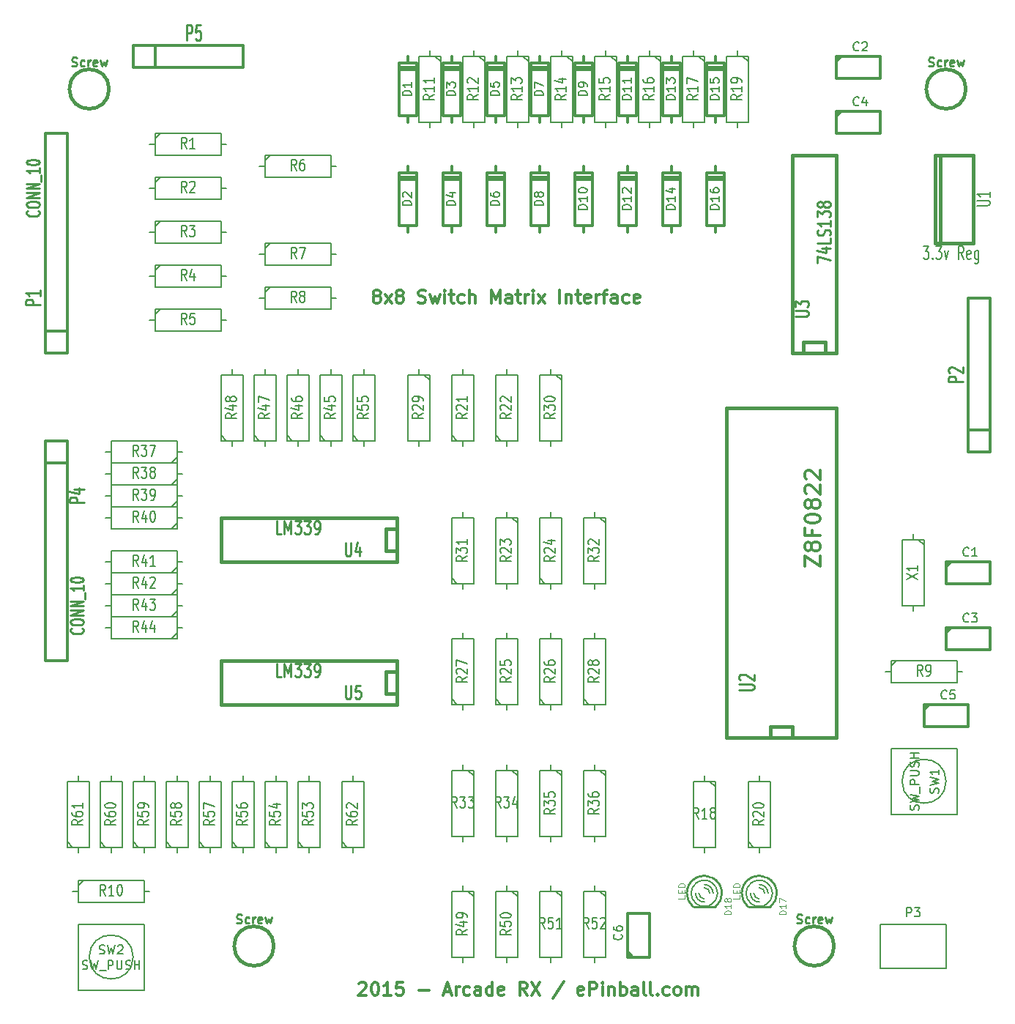
<source format=gto>
G04 (created by PCBNEW (2013-jul-07)-stable) date Sun 06 Sep 2015 09:30:16 PM EDT*
%MOIN*%
G04 Gerber Fmt 3.4, Leading zero omitted, Abs format*
%FSLAX34Y34*%
G01*
G70*
G90*
G04 APERTURE LIST*
%ADD10C,0.00590551*%
%ADD11C,0.011811*%
%ADD12C,0.0147638*%
%ADD13C,0.015*%
%ADD14C,0.005*%
%ADD15C,0.012*%
%ADD16C,0.008*%
%ADD17C,0.01*%
%ADD18C,0.006*%
%ADD19C,0.0107*%
%ADD20C,0.0035*%
%ADD21C,0.01125*%
G04 APERTURE END LIST*
G54D10*
G54D11*
X48280Y-62204D02*
X48308Y-62176D01*
X48365Y-62148D01*
X48505Y-62148D01*
X48561Y-62176D01*
X48589Y-62204D01*
X48618Y-62260D01*
X48618Y-62317D01*
X48589Y-62401D01*
X48252Y-62739D01*
X48618Y-62739D01*
X48983Y-62148D02*
X49039Y-62148D01*
X49096Y-62176D01*
X49124Y-62204D01*
X49152Y-62260D01*
X49180Y-62373D01*
X49180Y-62514D01*
X49152Y-62626D01*
X49124Y-62682D01*
X49096Y-62710D01*
X49039Y-62739D01*
X48983Y-62739D01*
X48927Y-62710D01*
X48899Y-62682D01*
X48871Y-62626D01*
X48843Y-62514D01*
X48843Y-62373D01*
X48871Y-62260D01*
X48899Y-62204D01*
X48927Y-62176D01*
X48983Y-62148D01*
X49742Y-62739D02*
X49405Y-62739D01*
X49574Y-62739D02*
X49574Y-62148D01*
X49517Y-62232D01*
X49461Y-62289D01*
X49405Y-62317D01*
X50277Y-62148D02*
X49996Y-62148D01*
X49967Y-62429D01*
X49996Y-62401D01*
X50052Y-62373D01*
X50192Y-62373D01*
X50249Y-62401D01*
X50277Y-62429D01*
X50305Y-62485D01*
X50305Y-62626D01*
X50277Y-62682D01*
X50249Y-62710D01*
X50192Y-62739D01*
X50052Y-62739D01*
X49996Y-62710D01*
X49967Y-62682D01*
X51008Y-62514D02*
X51458Y-62514D01*
X52161Y-62570D02*
X52442Y-62570D01*
X52105Y-62739D02*
X52302Y-62148D01*
X52498Y-62739D01*
X52695Y-62739D02*
X52695Y-62345D01*
X52695Y-62457D02*
X52723Y-62401D01*
X52751Y-62373D01*
X52808Y-62345D01*
X52864Y-62345D01*
X53314Y-62710D02*
X53258Y-62739D01*
X53145Y-62739D01*
X53089Y-62710D01*
X53061Y-62682D01*
X53033Y-62626D01*
X53033Y-62457D01*
X53061Y-62401D01*
X53089Y-62373D01*
X53145Y-62345D01*
X53258Y-62345D01*
X53314Y-62373D01*
X53820Y-62739D02*
X53820Y-62429D01*
X53792Y-62373D01*
X53736Y-62345D01*
X53623Y-62345D01*
X53567Y-62373D01*
X53820Y-62710D02*
X53764Y-62739D01*
X53623Y-62739D01*
X53567Y-62710D01*
X53539Y-62654D01*
X53539Y-62598D01*
X53567Y-62542D01*
X53623Y-62514D01*
X53764Y-62514D01*
X53820Y-62485D01*
X54354Y-62739D02*
X54354Y-62148D01*
X54354Y-62710D02*
X54298Y-62739D01*
X54186Y-62739D01*
X54129Y-62710D01*
X54101Y-62682D01*
X54073Y-62626D01*
X54073Y-62457D01*
X54101Y-62401D01*
X54129Y-62373D01*
X54186Y-62345D01*
X54298Y-62345D01*
X54354Y-62373D01*
X54861Y-62710D02*
X54804Y-62739D01*
X54692Y-62739D01*
X54636Y-62710D01*
X54607Y-62654D01*
X54607Y-62429D01*
X54636Y-62373D01*
X54692Y-62345D01*
X54804Y-62345D01*
X54861Y-62373D01*
X54889Y-62429D01*
X54889Y-62485D01*
X54607Y-62542D01*
X55929Y-62739D02*
X55732Y-62457D01*
X55592Y-62739D02*
X55592Y-62148D01*
X55817Y-62148D01*
X55873Y-62176D01*
X55901Y-62204D01*
X55929Y-62260D01*
X55929Y-62345D01*
X55901Y-62401D01*
X55873Y-62429D01*
X55817Y-62457D01*
X55592Y-62457D01*
X56126Y-62148D02*
X56520Y-62739D01*
X56520Y-62148D02*
X56126Y-62739D01*
X57616Y-62120D02*
X57110Y-62879D01*
X58488Y-62710D02*
X58432Y-62739D01*
X58320Y-62739D01*
X58263Y-62710D01*
X58235Y-62654D01*
X58235Y-62429D01*
X58263Y-62373D01*
X58320Y-62345D01*
X58432Y-62345D01*
X58488Y-62373D01*
X58516Y-62429D01*
X58516Y-62485D01*
X58235Y-62542D01*
X58769Y-62739D02*
X58769Y-62148D01*
X58994Y-62148D01*
X59051Y-62176D01*
X59079Y-62204D01*
X59107Y-62260D01*
X59107Y-62345D01*
X59079Y-62401D01*
X59051Y-62429D01*
X58994Y-62457D01*
X58769Y-62457D01*
X59360Y-62739D02*
X59360Y-62345D01*
X59360Y-62148D02*
X59332Y-62176D01*
X59360Y-62204D01*
X59388Y-62176D01*
X59360Y-62148D01*
X59360Y-62204D01*
X59641Y-62345D02*
X59641Y-62739D01*
X59641Y-62401D02*
X59669Y-62373D01*
X59726Y-62345D01*
X59810Y-62345D01*
X59866Y-62373D01*
X59894Y-62429D01*
X59894Y-62739D01*
X60176Y-62739D02*
X60176Y-62148D01*
X60176Y-62373D02*
X60232Y-62345D01*
X60344Y-62345D01*
X60401Y-62373D01*
X60429Y-62401D01*
X60457Y-62457D01*
X60457Y-62626D01*
X60429Y-62682D01*
X60401Y-62710D01*
X60344Y-62739D01*
X60232Y-62739D01*
X60176Y-62710D01*
X60963Y-62739D02*
X60963Y-62429D01*
X60935Y-62373D01*
X60879Y-62345D01*
X60766Y-62345D01*
X60710Y-62373D01*
X60963Y-62710D02*
X60907Y-62739D01*
X60766Y-62739D01*
X60710Y-62710D01*
X60682Y-62654D01*
X60682Y-62598D01*
X60710Y-62542D01*
X60766Y-62514D01*
X60907Y-62514D01*
X60963Y-62485D01*
X61329Y-62739D02*
X61272Y-62710D01*
X61244Y-62654D01*
X61244Y-62148D01*
X61638Y-62739D02*
X61582Y-62710D01*
X61553Y-62654D01*
X61553Y-62148D01*
X61863Y-62682D02*
X61891Y-62710D01*
X61863Y-62739D01*
X61835Y-62710D01*
X61863Y-62682D01*
X61863Y-62739D01*
X62397Y-62710D02*
X62341Y-62739D01*
X62228Y-62739D01*
X62172Y-62710D01*
X62144Y-62682D01*
X62116Y-62626D01*
X62116Y-62457D01*
X62144Y-62401D01*
X62172Y-62373D01*
X62228Y-62345D01*
X62341Y-62345D01*
X62397Y-62373D01*
X62735Y-62739D02*
X62678Y-62710D01*
X62650Y-62682D01*
X62622Y-62626D01*
X62622Y-62457D01*
X62650Y-62401D01*
X62678Y-62373D01*
X62735Y-62345D01*
X62819Y-62345D01*
X62875Y-62373D01*
X62903Y-62401D01*
X62931Y-62457D01*
X62931Y-62626D01*
X62903Y-62682D01*
X62875Y-62710D01*
X62819Y-62739D01*
X62735Y-62739D01*
X63185Y-62739D02*
X63185Y-62345D01*
X63185Y-62401D02*
X63213Y-62373D01*
X63269Y-62345D01*
X63353Y-62345D01*
X63410Y-62373D01*
X63438Y-62429D01*
X63438Y-62739D01*
X63438Y-62429D02*
X63466Y-62373D01*
X63522Y-62345D01*
X63606Y-62345D01*
X63663Y-62373D01*
X63691Y-62429D01*
X63691Y-62739D01*
G54D12*
X49038Y-30901D02*
X48982Y-30873D01*
X48953Y-30845D01*
X48925Y-30789D01*
X48925Y-30760D01*
X48953Y-30704D01*
X48982Y-30676D01*
X49038Y-30648D01*
X49150Y-30648D01*
X49206Y-30676D01*
X49235Y-30704D01*
X49263Y-30760D01*
X49263Y-30789D01*
X49235Y-30845D01*
X49206Y-30873D01*
X49150Y-30901D01*
X49038Y-30901D01*
X48982Y-30929D01*
X48953Y-30957D01*
X48925Y-31014D01*
X48925Y-31126D01*
X48953Y-31182D01*
X48982Y-31210D01*
X49038Y-31239D01*
X49150Y-31239D01*
X49206Y-31210D01*
X49235Y-31182D01*
X49263Y-31126D01*
X49263Y-31014D01*
X49235Y-30957D01*
X49206Y-30929D01*
X49150Y-30901D01*
X49460Y-31239D02*
X49769Y-30845D01*
X49460Y-30845D02*
X49769Y-31239D01*
X50078Y-30901D02*
X50022Y-30873D01*
X49994Y-30845D01*
X49966Y-30789D01*
X49966Y-30760D01*
X49994Y-30704D01*
X50022Y-30676D01*
X50078Y-30648D01*
X50191Y-30648D01*
X50247Y-30676D01*
X50275Y-30704D01*
X50303Y-30760D01*
X50303Y-30789D01*
X50275Y-30845D01*
X50247Y-30873D01*
X50191Y-30901D01*
X50078Y-30901D01*
X50022Y-30929D01*
X49994Y-30957D01*
X49966Y-31014D01*
X49966Y-31126D01*
X49994Y-31182D01*
X50022Y-31210D01*
X50078Y-31239D01*
X50191Y-31239D01*
X50247Y-31210D01*
X50275Y-31182D01*
X50303Y-31126D01*
X50303Y-31014D01*
X50275Y-30957D01*
X50247Y-30929D01*
X50191Y-30901D01*
X50978Y-31210D02*
X51062Y-31239D01*
X51203Y-31239D01*
X51259Y-31210D01*
X51287Y-31182D01*
X51316Y-31126D01*
X51316Y-31070D01*
X51287Y-31014D01*
X51259Y-30985D01*
X51203Y-30957D01*
X51091Y-30929D01*
X51034Y-30901D01*
X51006Y-30873D01*
X50978Y-30817D01*
X50978Y-30760D01*
X51006Y-30704D01*
X51034Y-30676D01*
X51091Y-30648D01*
X51231Y-30648D01*
X51316Y-30676D01*
X51512Y-30845D02*
X51625Y-31239D01*
X51737Y-30957D01*
X51850Y-31239D01*
X51962Y-30845D01*
X52187Y-31239D02*
X52187Y-30845D01*
X52187Y-30648D02*
X52159Y-30676D01*
X52187Y-30704D01*
X52215Y-30676D01*
X52187Y-30648D01*
X52187Y-30704D01*
X52384Y-30845D02*
X52609Y-30845D01*
X52469Y-30648D02*
X52469Y-31154D01*
X52497Y-31210D01*
X52553Y-31239D01*
X52609Y-31239D01*
X53059Y-31210D02*
X53003Y-31239D01*
X52890Y-31239D01*
X52834Y-31210D01*
X52806Y-31182D01*
X52778Y-31126D01*
X52778Y-30957D01*
X52806Y-30901D01*
X52834Y-30873D01*
X52890Y-30845D01*
X53003Y-30845D01*
X53059Y-30873D01*
X53312Y-31239D02*
X53312Y-30648D01*
X53565Y-31239D02*
X53565Y-30929D01*
X53537Y-30873D01*
X53481Y-30845D01*
X53397Y-30845D01*
X53340Y-30873D01*
X53312Y-30901D01*
X54296Y-31239D02*
X54296Y-30648D01*
X54493Y-31070D01*
X54690Y-30648D01*
X54690Y-31239D01*
X55224Y-31239D02*
X55224Y-30929D01*
X55196Y-30873D01*
X55140Y-30845D01*
X55028Y-30845D01*
X54971Y-30873D01*
X55224Y-31210D02*
X55168Y-31239D01*
X55028Y-31239D01*
X54971Y-31210D01*
X54943Y-31154D01*
X54943Y-31098D01*
X54971Y-31042D01*
X55028Y-31014D01*
X55168Y-31014D01*
X55224Y-30985D01*
X55421Y-30845D02*
X55646Y-30845D01*
X55506Y-30648D02*
X55506Y-31154D01*
X55534Y-31210D01*
X55590Y-31239D01*
X55646Y-31239D01*
X55843Y-31239D02*
X55843Y-30845D01*
X55843Y-30957D02*
X55871Y-30901D01*
X55899Y-30873D01*
X55956Y-30845D01*
X56012Y-30845D01*
X56209Y-31239D02*
X56209Y-30845D01*
X56209Y-30648D02*
X56181Y-30676D01*
X56209Y-30704D01*
X56237Y-30676D01*
X56209Y-30648D01*
X56209Y-30704D01*
X56434Y-31239D02*
X56743Y-30845D01*
X56434Y-30845D02*
X56743Y-31239D01*
X57418Y-31239D02*
X57418Y-30648D01*
X57699Y-30845D02*
X57699Y-31239D01*
X57699Y-30901D02*
X57727Y-30873D01*
X57784Y-30845D01*
X57868Y-30845D01*
X57924Y-30873D01*
X57952Y-30929D01*
X57952Y-31239D01*
X58149Y-30845D02*
X58374Y-30845D01*
X58233Y-30648D02*
X58233Y-31154D01*
X58262Y-31210D01*
X58318Y-31239D01*
X58374Y-31239D01*
X58796Y-31210D02*
X58740Y-31239D01*
X58627Y-31239D01*
X58571Y-31210D01*
X58543Y-31154D01*
X58543Y-30929D01*
X58571Y-30873D01*
X58627Y-30845D01*
X58740Y-30845D01*
X58796Y-30873D01*
X58824Y-30929D01*
X58824Y-30985D01*
X58543Y-31042D01*
X59077Y-31239D02*
X59077Y-30845D01*
X59077Y-30957D02*
X59105Y-30901D01*
X59133Y-30873D01*
X59190Y-30845D01*
X59246Y-30845D01*
X59358Y-30845D02*
X59583Y-30845D01*
X59443Y-31239D02*
X59443Y-30732D01*
X59471Y-30676D01*
X59527Y-30648D01*
X59583Y-30648D01*
X60033Y-31239D02*
X60033Y-30929D01*
X60005Y-30873D01*
X59949Y-30845D01*
X59836Y-30845D01*
X59780Y-30873D01*
X60033Y-31210D02*
X59977Y-31239D01*
X59836Y-31239D01*
X59780Y-31210D01*
X59752Y-31154D01*
X59752Y-31098D01*
X59780Y-31042D01*
X59836Y-31014D01*
X59977Y-31014D01*
X60033Y-30985D01*
X60568Y-31210D02*
X60511Y-31239D01*
X60399Y-31239D01*
X60343Y-31210D01*
X60314Y-31182D01*
X60286Y-31126D01*
X60286Y-30957D01*
X60314Y-30901D01*
X60343Y-30873D01*
X60399Y-30845D01*
X60511Y-30845D01*
X60568Y-30873D01*
X61046Y-31210D02*
X60989Y-31239D01*
X60877Y-31239D01*
X60821Y-31210D01*
X60793Y-31154D01*
X60793Y-30929D01*
X60821Y-30873D01*
X60877Y-30845D01*
X60989Y-30845D01*
X61046Y-30873D01*
X61074Y-30929D01*
X61074Y-30985D01*
X60793Y-31042D01*
G54D13*
X74750Y-28500D02*
X74500Y-28500D01*
X74500Y-28500D02*
X74500Y-24500D01*
X74500Y-24500D02*
X74750Y-24500D01*
X76250Y-28500D02*
X74750Y-28500D01*
X74750Y-28500D02*
X74750Y-24500D01*
X74750Y-24500D02*
X76250Y-24500D01*
X76250Y-24500D02*
X76250Y-28500D01*
G54D14*
X75000Y-53000D02*
G75*
G03X75000Y-53000I-1000J0D01*
G74*
G01*
X75500Y-51500D02*
X75500Y-54500D01*
X75500Y-54500D02*
X72500Y-54500D01*
X72500Y-54500D02*
X72500Y-51500D01*
X75500Y-51500D02*
X72500Y-51500D01*
X38000Y-61000D02*
G75*
G03X38000Y-61000I-1000J0D01*
G74*
G01*
X35500Y-59500D02*
X38500Y-59500D01*
X38500Y-59500D02*
X38500Y-62500D01*
X38500Y-62500D02*
X35500Y-62500D01*
X35500Y-59500D02*
X35500Y-62500D01*
G54D15*
X76000Y-38000D02*
X76000Y-38000D01*
X76000Y-38000D02*
X76000Y-31000D01*
X76000Y-31000D02*
X77000Y-31000D01*
X77000Y-31000D02*
X77000Y-38000D01*
X77000Y-38000D02*
X76000Y-38000D01*
X77000Y-37000D02*
X77000Y-37000D01*
X77000Y-37000D02*
X76000Y-37000D01*
X35000Y-33500D02*
X34000Y-33500D01*
X34000Y-33500D02*
X34000Y-23500D01*
X34000Y-23500D02*
X35000Y-23500D01*
X35000Y-23500D02*
X35000Y-33500D01*
X35000Y-32500D02*
X34000Y-32500D01*
X34000Y-37500D02*
X35000Y-37500D01*
X35000Y-37500D02*
X35000Y-47500D01*
X35000Y-47500D02*
X34000Y-47500D01*
X34000Y-47500D02*
X34000Y-37500D01*
X34000Y-38500D02*
X35000Y-38500D01*
G54D14*
X61750Y-20000D02*
X61000Y-20000D01*
X61000Y-20000D02*
X61000Y-23000D01*
X61000Y-23000D02*
X62000Y-23000D01*
X62000Y-23000D02*
X62000Y-20000D01*
X62000Y-20000D02*
X61750Y-20000D01*
X61500Y-19750D02*
X61500Y-20000D01*
X61500Y-23000D02*
X61500Y-23250D01*
X61750Y-20000D02*
X62000Y-20250D01*
X52750Y-49500D02*
X53500Y-49500D01*
X53500Y-49500D02*
X53500Y-46500D01*
X53500Y-46500D02*
X52500Y-46500D01*
X52500Y-46500D02*
X52500Y-49500D01*
X52500Y-49500D02*
X52750Y-49500D01*
X53000Y-49750D02*
X53000Y-49500D01*
X53000Y-46500D02*
X53000Y-46250D01*
X52750Y-49500D02*
X52500Y-49250D01*
X59750Y-20000D02*
X59000Y-20000D01*
X59000Y-20000D02*
X59000Y-23000D01*
X59000Y-23000D02*
X60000Y-23000D01*
X60000Y-23000D02*
X60000Y-20000D01*
X60000Y-20000D02*
X59750Y-20000D01*
X59500Y-19750D02*
X59500Y-20000D01*
X59500Y-23000D02*
X59500Y-23250D01*
X59750Y-20000D02*
X60000Y-20250D01*
X57750Y-20000D02*
X57000Y-20000D01*
X57000Y-20000D02*
X57000Y-23000D01*
X57000Y-23000D02*
X58000Y-23000D01*
X58000Y-23000D02*
X58000Y-20000D01*
X58000Y-20000D02*
X57750Y-20000D01*
X57500Y-19750D02*
X57500Y-20000D01*
X57500Y-23000D02*
X57500Y-23250D01*
X57750Y-20000D02*
X58000Y-20250D01*
X55750Y-20000D02*
X55000Y-20000D01*
X55000Y-20000D02*
X55000Y-23000D01*
X55000Y-23000D02*
X56000Y-23000D01*
X56000Y-23000D02*
X56000Y-20000D01*
X56000Y-20000D02*
X55750Y-20000D01*
X55500Y-19750D02*
X55500Y-20000D01*
X55500Y-23000D02*
X55500Y-23250D01*
X55750Y-20000D02*
X56000Y-20250D01*
X47750Y-56000D02*
X48500Y-56000D01*
X48500Y-56000D02*
X48500Y-53000D01*
X48500Y-53000D02*
X47500Y-53000D01*
X47500Y-53000D02*
X47500Y-56000D01*
X47500Y-56000D02*
X47750Y-56000D01*
X48000Y-56250D02*
X48000Y-56000D01*
X48000Y-53000D02*
X48000Y-52750D01*
X47750Y-56000D02*
X47500Y-55750D01*
X45750Y-56000D02*
X46500Y-56000D01*
X46500Y-56000D02*
X46500Y-53000D01*
X46500Y-53000D02*
X45500Y-53000D01*
X45500Y-53000D02*
X45500Y-56000D01*
X45500Y-56000D02*
X45750Y-56000D01*
X46000Y-56250D02*
X46000Y-56000D01*
X46000Y-53000D02*
X46000Y-52750D01*
X45750Y-56000D02*
X45500Y-55750D01*
X36750Y-56000D02*
X37500Y-56000D01*
X37500Y-56000D02*
X37500Y-53000D01*
X37500Y-53000D02*
X36500Y-53000D01*
X36500Y-53000D02*
X36500Y-56000D01*
X36500Y-56000D02*
X36750Y-56000D01*
X37000Y-56250D02*
X37000Y-56000D01*
X37000Y-53000D02*
X37000Y-52750D01*
X36750Y-56000D02*
X36500Y-55750D01*
X58750Y-49500D02*
X59500Y-49500D01*
X59500Y-49500D02*
X59500Y-46500D01*
X59500Y-46500D02*
X58500Y-46500D01*
X58500Y-46500D02*
X58500Y-49500D01*
X58500Y-49500D02*
X58750Y-49500D01*
X59000Y-49750D02*
X59000Y-49500D01*
X59000Y-46500D02*
X59000Y-46250D01*
X58750Y-49500D02*
X58500Y-49250D01*
X59250Y-52500D02*
X58500Y-52500D01*
X58500Y-52500D02*
X58500Y-55500D01*
X58500Y-55500D02*
X59500Y-55500D01*
X59500Y-55500D02*
X59500Y-52500D01*
X59500Y-52500D02*
X59250Y-52500D01*
X59000Y-52250D02*
X59000Y-52500D01*
X59000Y-55500D02*
X59000Y-55750D01*
X59250Y-52500D02*
X59500Y-52750D01*
X59250Y-58000D02*
X58500Y-58000D01*
X58500Y-58000D02*
X58500Y-61000D01*
X58500Y-61000D02*
X59500Y-61000D01*
X59500Y-61000D02*
X59500Y-58000D01*
X59500Y-58000D02*
X59250Y-58000D01*
X59000Y-57750D02*
X59000Y-58000D01*
X59000Y-61000D02*
X59000Y-61250D01*
X59250Y-58000D02*
X59500Y-58250D01*
X40000Y-46250D02*
X40000Y-45500D01*
X40000Y-45500D02*
X37000Y-45500D01*
X37000Y-45500D02*
X37000Y-46500D01*
X37000Y-46500D02*
X40000Y-46500D01*
X40000Y-46500D02*
X40000Y-46250D01*
X40250Y-46000D02*
X40000Y-46000D01*
X37000Y-46000D02*
X36750Y-46000D01*
X40000Y-46250D02*
X39750Y-46500D01*
X38250Y-56000D02*
X39000Y-56000D01*
X39000Y-56000D02*
X39000Y-53000D01*
X39000Y-53000D02*
X38000Y-53000D01*
X38000Y-53000D02*
X38000Y-56000D01*
X38000Y-56000D02*
X38250Y-56000D01*
X38500Y-56250D02*
X38500Y-56000D01*
X38500Y-53000D02*
X38500Y-52750D01*
X38250Y-56000D02*
X38000Y-55750D01*
X53750Y-20000D02*
X53000Y-20000D01*
X53000Y-20000D02*
X53000Y-23000D01*
X53000Y-23000D02*
X54000Y-23000D01*
X54000Y-23000D02*
X54000Y-20000D01*
X54000Y-20000D02*
X53750Y-20000D01*
X53500Y-19750D02*
X53500Y-20000D01*
X53500Y-23000D02*
X53500Y-23250D01*
X53750Y-20000D02*
X54000Y-20250D01*
X63750Y-20000D02*
X63000Y-20000D01*
X63000Y-20000D02*
X63000Y-23000D01*
X63000Y-23000D02*
X64000Y-23000D01*
X64000Y-23000D02*
X64000Y-20000D01*
X64000Y-20000D02*
X63750Y-20000D01*
X63500Y-19750D02*
X63500Y-20000D01*
X63500Y-23000D02*
X63500Y-23250D01*
X63750Y-20000D02*
X64000Y-20250D01*
X65750Y-20000D02*
X65000Y-20000D01*
X65000Y-20000D02*
X65000Y-23000D01*
X65000Y-23000D02*
X66000Y-23000D01*
X66000Y-23000D02*
X66000Y-20000D01*
X66000Y-20000D02*
X65750Y-20000D01*
X65500Y-19750D02*
X65500Y-20000D01*
X65500Y-23000D02*
X65500Y-23250D01*
X65750Y-20000D02*
X66000Y-20250D01*
X51750Y-20000D02*
X51000Y-20000D01*
X51000Y-20000D02*
X51000Y-23000D01*
X51000Y-23000D02*
X52000Y-23000D01*
X52000Y-23000D02*
X52000Y-20000D01*
X52000Y-20000D02*
X51750Y-20000D01*
X51500Y-19750D02*
X51500Y-20000D01*
X51500Y-23000D02*
X51500Y-23250D01*
X51750Y-20000D02*
X52000Y-20250D01*
X39000Y-23750D02*
X39000Y-24500D01*
X39000Y-24500D02*
X42000Y-24500D01*
X42000Y-24500D02*
X42000Y-23500D01*
X42000Y-23500D02*
X39000Y-23500D01*
X39000Y-23500D02*
X39000Y-23750D01*
X38750Y-24000D02*
X39000Y-24000D01*
X42000Y-24000D02*
X42250Y-24000D01*
X39000Y-23750D02*
X39250Y-23500D01*
X44000Y-24750D02*
X44000Y-25500D01*
X44000Y-25500D02*
X47000Y-25500D01*
X47000Y-25500D02*
X47000Y-24500D01*
X47000Y-24500D02*
X44000Y-24500D01*
X44000Y-24500D02*
X44000Y-24750D01*
X43750Y-25000D02*
X44000Y-25000D01*
X47000Y-25000D02*
X47250Y-25000D01*
X44000Y-24750D02*
X44250Y-24500D01*
X39000Y-25750D02*
X39000Y-26500D01*
X39000Y-26500D02*
X42000Y-26500D01*
X42000Y-26500D02*
X42000Y-25500D01*
X42000Y-25500D02*
X39000Y-25500D01*
X39000Y-25500D02*
X39000Y-25750D01*
X38750Y-26000D02*
X39000Y-26000D01*
X42000Y-26000D02*
X42250Y-26000D01*
X39000Y-25750D02*
X39250Y-25500D01*
X39000Y-27750D02*
X39000Y-28500D01*
X39000Y-28500D02*
X42000Y-28500D01*
X42000Y-28500D02*
X42000Y-27500D01*
X42000Y-27500D02*
X39000Y-27500D01*
X39000Y-27500D02*
X39000Y-27750D01*
X38750Y-28000D02*
X39000Y-28000D01*
X42000Y-28000D02*
X42250Y-28000D01*
X39000Y-27750D02*
X39250Y-27500D01*
X44000Y-28750D02*
X44000Y-29500D01*
X44000Y-29500D02*
X47000Y-29500D01*
X47000Y-29500D02*
X47000Y-28500D01*
X47000Y-28500D02*
X44000Y-28500D01*
X44000Y-28500D02*
X44000Y-28750D01*
X43750Y-29000D02*
X44000Y-29000D01*
X47000Y-29000D02*
X47250Y-29000D01*
X44000Y-28750D02*
X44250Y-28500D01*
X39000Y-29750D02*
X39000Y-30500D01*
X39000Y-30500D02*
X42000Y-30500D01*
X42000Y-30500D02*
X42000Y-29500D01*
X42000Y-29500D02*
X39000Y-29500D01*
X39000Y-29500D02*
X39000Y-29750D01*
X38750Y-30000D02*
X39000Y-30000D01*
X42000Y-30000D02*
X42250Y-30000D01*
X39000Y-29750D02*
X39250Y-29500D01*
X44000Y-30750D02*
X44000Y-31500D01*
X44000Y-31500D02*
X47000Y-31500D01*
X47000Y-31500D02*
X47000Y-30500D01*
X47000Y-30500D02*
X44000Y-30500D01*
X44000Y-30500D02*
X44000Y-30750D01*
X43750Y-31000D02*
X44000Y-31000D01*
X47000Y-31000D02*
X47250Y-31000D01*
X44000Y-30750D02*
X44250Y-30500D01*
X39000Y-31750D02*
X39000Y-32500D01*
X39000Y-32500D02*
X42000Y-32500D01*
X42000Y-32500D02*
X42000Y-31500D01*
X42000Y-31500D02*
X39000Y-31500D01*
X39000Y-31500D02*
X39000Y-31750D01*
X38750Y-32000D02*
X39000Y-32000D01*
X42000Y-32000D02*
X42250Y-32000D01*
X39000Y-31750D02*
X39250Y-31500D01*
X73750Y-42000D02*
X73000Y-42000D01*
X73000Y-42000D02*
X73000Y-45000D01*
X73000Y-45000D02*
X74000Y-45000D01*
X74000Y-45000D02*
X74000Y-42000D01*
X74000Y-42000D02*
X73750Y-42000D01*
X73500Y-41750D02*
X73500Y-42000D01*
X73500Y-45000D02*
X73500Y-45250D01*
X73750Y-42000D02*
X74000Y-42250D01*
X64250Y-53000D02*
X63500Y-53000D01*
X63500Y-53000D02*
X63500Y-56000D01*
X63500Y-56000D02*
X64500Y-56000D01*
X64500Y-56000D02*
X64500Y-53000D01*
X64500Y-53000D02*
X64250Y-53000D01*
X64000Y-52750D02*
X64000Y-53000D01*
X64000Y-56000D02*
X64000Y-56250D01*
X64250Y-53000D02*
X64500Y-53250D01*
X66250Y-56000D02*
X67000Y-56000D01*
X67000Y-56000D02*
X67000Y-53000D01*
X67000Y-53000D02*
X66000Y-53000D01*
X66000Y-53000D02*
X66000Y-56000D01*
X66000Y-56000D02*
X66250Y-56000D01*
X66500Y-56250D02*
X66500Y-56000D01*
X66500Y-53000D02*
X66500Y-52750D01*
X66250Y-56000D02*
X66000Y-55750D01*
X35500Y-57750D02*
X35500Y-58500D01*
X35500Y-58500D02*
X38500Y-58500D01*
X38500Y-58500D02*
X38500Y-57500D01*
X38500Y-57500D02*
X35500Y-57500D01*
X35500Y-57500D02*
X35500Y-57750D01*
X35250Y-58000D02*
X35500Y-58000D01*
X38500Y-58000D02*
X38750Y-58000D01*
X35500Y-57750D02*
X35750Y-57500D01*
X72500Y-47750D02*
X72500Y-48500D01*
X72500Y-48500D02*
X75500Y-48500D01*
X75500Y-48500D02*
X75500Y-47500D01*
X75500Y-47500D02*
X72500Y-47500D01*
X72500Y-47500D02*
X72500Y-47750D01*
X72250Y-48000D02*
X72500Y-48000D01*
X75500Y-48000D02*
X75750Y-48000D01*
X72500Y-47750D02*
X72750Y-47500D01*
X57250Y-34500D02*
X56500Y-34500D01*
X56500Y-34500D02*
X56500Y-37500D01*
X56500Y-37500D02*
X57500Y-37500D01*
X57500Y-37500D02*
X57500Y-34500D01*
X57500Y-34500D02*
X57250Y-34500D01*
X57000Y-34250D02*
X57000Y-34500D01*
X57000Y-37500D02*
X57000Y-37750D01*
X57250Y-34500D02*
X57500Y-34750D01*
X56750Y-44000D02*
X57500Y-44000D01*
X57500Y-44000D02*
X57500Y-41000D01*
X57500Y-41000D02*
X56500Y-41000D01*
X56500Y-41000D02*
X56500Y-44000D01*
X56500Y-44000D02*
X56750Y-44000D01*
X57000Y-44250D02*
X57000Y-44000D01*
X57000Y-41000D02*
X57000Y-40750D01*
X56750Y-44000D02*
X56500Y-43750D01*
X42250Y-37500D02*
X43000Y-37500D01*
X43000Y-37500D02*
X43000Y-34500D01*
X43000Y-34500D02*
X42000Y-34500D01*
X42000Y-34500D02*
X42000Y-37500D01*
X42000Y-37500D02*
X42250Y-37500D01*
X42500Y-37750D02*
X42500Y-37500D01*
X42500Y-34500D02*
X42500Y-34250D01*
X42250Y-37500D02*
X42000Y-37250D01*
X46750Y-37500D02*
X47500Y-37500D01*
X47500Y-37500D02*
X47500Y-34500D01*
X47500Y-34500D02*
X46500Y-34500D01*
X46500Y-34500D02*
X46500Y-37500D01*
X46500Y-37500D02*
X46750Y-37500D01*
X47000Y-37750D02*
X47000Y-37500D01*
X47000Y-34500D02*
X47000Y-34250D01*
X46750Y-37500D02*
X46500Y-37250D01*
X51250Y-34500D02*
X50500Y-34500D01*
X50500Y-34500D02*
X50500Y-37500D01*
X50500Y-37500D02*
X51500Y-37500D01*
X51500Y-37500D02*
X51500Y-34500D01*
X51500Y-34500D02*
X51250Y-34500D01*
X51000Y-34250D02*
X51000Y-34500D01*
X51000Y-37500D02*
X51000Y-37750D01*
X51250Y-34500D02*
X51500Y-34750D01*
X52750Y-37500D02*
X53500Y-37500D01*
X53500Y-37500D02*
X53500Y-34500D01*
X53500Y-34500D02*
X52500Y-34500D01*
X52500Y-34500D02*
X52500Y-37500D01*
X52500Y-37500D02*
X52750Y-37500D01*
X53000Y-37750D02*
X53000Y-37500D01*
X53000Y-34500D02*
X53000Y-34250D01*
X52750Y-37500D02*
X52500Y-37250D01*
X44250Y-56000D02*
X45000Y-56000D01*
X45000Y-56000D02*
X45000Y-53000D01*
X45000Y-53000D02*
X44000Y-53000D01*
X44000Y-53000D02*
X44000Y-56000D01*
X44000Y-56000D02*
X44250Y-56000D01*
X44500Y-56250D02*
X44500Y-56000D01*
X44500Y-53000D02*
X44500Y-52750D01*
X44250Y-56000D02*
X44000Y-55750D01*
X40000Y-39250D02*
X40000Y-38500D01*
X40000Y-38500D02*
X37000Y-38500D01*
X37000Y-38500D02*
X37000Y-39500D01*
X37000Y-39500D02*
X40000Y-39500D01*
X40000Y-39500D02*
X40000Y-39250D01*
X40250Y-39000D02*
X40000Y-39000D01*
X37000Y-39000D02*
X36750Y-39000D01*
X40000Y-39250D02*
X39750Y-39500D01*
X45250Y-37500D02*
X46000Y-37500D01*
X46000Y-37500D02*
X46000Y-34500D01*
X46000Y-34500D02*
X45000Y-34500D01*
X45000Y-34500D02*
X45000Y-37500D01*
X45000Y-37500D02*
X45250Y-37500D01*
X45500Y-37750D02*
X45500Y-37500D01*
X45500Y-34500D02*
X45500Y-34250D01*
X45250Y-37500D02*
X45000Y-37250D01*
X59250Y-41000D02*
X58500Y-41000D01*
X58500Y-41000D02*
X58500Y-44000D01*
X58500Y-44000D02*
X59500Y-44000D01*
X59500Y-44000D02*
X59500Y-41000D01*
X59500Y-41000D02*
X59250Y-41000D01*
X59000Y-40750D02*
X59000Y-41000D01*
X59000Y-44000D02*
X59000Y-44250D01*
X59250Y-41000D02*
X59500Y-41250D01*
X54750Y-37500D02*
X55500Y-37500D01*
X55500Y-37500D02*
X55500Y-34500D01*
X55500Y-34500D02*
X54500Y-34500D01*
X54500Y-34500D02*
X54500Y-37500D01*
X54500Y-37500D02*
X54750Y-37500D01*
X55000Y-37750D02*
X55000Y-37500D01*
X55000Y-34500D02*
X55000Y-34250D01*
X54750Y-37500D02*
X54500Y-37250D01*
X48250Y-37500D02*
X49000Y-37500D01*
X49000Y-37500D02*
X49000Y-34500D01*
X49000Y-34500D02*
X48000Y-34500D01*
X48000Y-34500D02*
X48000Y-37500D01*
X48000Y-37500D02*
X48250Y-37500D01*
X48500Y-37750D02*
X48500Y-37500D01*
X48500Y-34500D02*
X48500Y-34250D01*
X48250Y-37500D02*
X48000Y-37250D01*
X40000Y-40250D02*
X40000Y-39500D01*
X40000Y-39500D02*
X37000Y-39500D01*
X37000Y-39500D02*
X37000Y-40500D01*
X37000Y-40500D02*
X40000Y-40500D01*
X40000Y-40500D02*
X40000Y-40250D01*
X40250Y-40000D02*
X40000Y-40000D01*
X37000Y-40000D02*
X36750Y-40000D01*
X40000Y-40250D02*
X39750Y-40500D01*
X43750Y-37500D02*
X44500Y-37500D01*
X44500Y-37500D02*
X44500Y-34500D01*
X44500Y-34500D02*
X43500Y-34500D01*
X43500Y-34500D02*
X43500Y-37500D01*
X43500Y-37500D02*
X43750Y-37500D01*
X44000Y-37750D02*
X44000Y-37500D01*
X44000Y-34500D02*
X44000Y-34250D01*
X43750Y-37500D02*
X43500Y-37250D01*
X52750Y-44000D02*
X53500Y-44000D01*
X53500Y-44000D02*
X53500Y-41000D01*
X53500Y-41000D02*
X52500Y-41000D01*
X52500Y-41000D02*
X52500Y-44000D01*
X52500Y-44000D02*
X52750Y-44000D01*
X53000Y-44250D02*
X53000Y-44000D01*
X53000Y-41000D02*
X53000Y-40750D01*
X52750Y-44000D02*
X52500Y-43750D01*
X55250Y-41000D02*
X54500Y-41000D01*
X54500Y-41000D02*
X54500Y-44000D01*
X54500Y-44000D02*
X55500Y-44000D01*
X55500Y-44000D02*
X55500Y-41000D01*
X55500Y-41000D02*
X55250Y-41000D01*
X55000Y-40750D02*
X55000Y-41000D01*
X55000Y-44000D02*
X55000Y-44250D01*
X55250Y-41000D02*
X55500Y-41250D01*
X40000Y-41250D02*
X40000Y-40500D01*
X40000Y-40500D02*
X37000Y-40500D01*
X37000Y-40500D02*
X37000Y-41500D01*
X37000Y-41500D02*
X40000Y-41500D01*
X40000Y-41500D02*
X40000Y-41250D01*
X40250Y-41000D02*
X40000Y-41000D01*
X37000Y-41000D02*
X36750Y-41000D01*
X40000Y-41250D02*
X39750Y-41500D01*
X42750Y-56000D02*
X43500Y-56000D01*
X43500Y-56000D02*
X43500Y-53000D01*
X43500Y-53000D02*
X42500Y-53000D01*
X42500Y-53000D02*
X42500Y-56000D01*
X42500Y-56000D02*
X42750Y-56000D01*
X43000Y-56250D02*
X43000Y-56000D01*
X43000Y-53000D02*
X43000Y-52750D01*
X42750Y-56000D02*
X42500Y-55750D01*
X54750Y-49500D02*
X55500Y-49500D01*
X55500Y-49500D02*
X55500Y-46500D01*
X55500Y-46500D02*
X54500Y-46500D01*
X54500Y-46500D02*
X54500Y-49500D01*
X54500Y-49500D02*
X54750Y-49500D01*
X55000Y-49750D02*
X55000Y-49500D01*
X55000Y-46500D02*
X55000Y-46250D01*
X54750Y-49500D02*
X54500Y-49250D01*
X57250Y-58000D02*
X56500Y-58000D01*
X56500Y-58000D02*
X56500Y-61000D01*
X56500Y-61000D02*
X57500Y-61000D01*
X57500Y-61000D02*
X57500Y-58000D01*
X57500Y-58000D02*
X57250Y-58000D01*
X57000Y-57750D02*
X57000Y-58000D01*
X57000Y-61000D02*
X57000Y-61250D01*
X57250Y-58000D02*
X57500Y-58250D01*
X40000Y-45250D02*
X40000Y-44500D01*
X40000Y-44500D02*
X37000Y-44500D01*
X37000Y-44500D02*
X37000Y-45500D01*
X37000Y-45500D02*
X40000Y-45500D01*
X40000Y-45500D02*
X40000Y-45250D01*
X40250Y-45000D02*
X40000Y-45000D01*
X37000Y-45000D02*
X36750Y-45000D01*
X40000Y-45250D02*
X39750Y-45500D01*
X39750Y-56000D02*
X40500Y-56000D01*
X40500Y-56000D02*
X40500Y-53000D01*
X40500Y-53000D02*
X39500Y-53000D01*
X39500Y-53000D02*
X39500Y-56000D01*
X39500Y-56000D02*
X39750Y-56000D01*
X40000Y-56250D02*
X40000Y-56000D01*
X40000Y-53000D02*
X40000Y-52750D01*
X39750Y-56000D02*
X39500Y-55750D01*
X56750Y-49500D02*
X57500Y-49500D01*
X57500Y-49500D02*
X57500Y-46500D01*
X57500Y-46500D02*
X56500Y-46500D01*
X56500Y-46500D02*
X56500Y-49500D01*
X56500Y-49500D02*
X56750Y-49500D01*
X57000Y-49750D02*
X57000Y-49500D01*
X57000Y-46500D02*
X57000Y-46250D01*
X56750Y-49500D02*
X56500Y-49250D01*
X55250Y-52500D02*
X54500Y-52500D01*
X54500Y-52500D02*
X54500Y-55500D01*
X54500Y-55500D02*
X55500Y-55500D01*
X55500Y-55500D02*
X55500Y-52500D01*
X55500Y-52500D02*
X55250Y-52500D01*
X55000Y-52250D02*
X55000Y-52500D01*
X55000Y-55500D02*
X55000Y-55750D01*
X55250Y-52500D02*
X55500Y-52750D01*
X55250Y-58000D02*
X54500Y-58000D01*
X54500Y-58000D02*
X54500Y-61000D01*
X54500Y-61000D02*
X55500Y-61000D01*
X55500Y-61000D02*
X55500Y-58000D01*
X55500Y-58000D02*
X55250Y-58000D01*
X55000Y-57750D02*
X55000Y-58000D01*
X55000Y-61000D02*
X55000Y-61250D01*
X55250Y-58000D02*
X55500Y-58250D01*
X40000Y-44250D02*
X40000Y-43500D01*
X40000Y-43500D02*
X37000Y-43500D01*
X37000Y-43500D02*
X37000Y-44500D01*
X37000Y-44500D02*
X40000Y-44500D01*
X40000Y-44500D02*
X40000Y-44250D01*
X40250Y-44000D02*
X40000Y-44000D01*
X37000Y-44000D02*
X36750Y-44000D01*
X40000Y-44250D02*
X39750Y-44500D01*
X35250Y-56000D02*
X36000Y-56000D01*
X36000Y-56000D02*
X36000Y-53000D01*
X36000Y-53000D02*
X35000Y-53000D01*
X35000Y-53000D02*
X35000Y-56000D01*
X35000Y-56000D02*
X35250Y-56000D01*
X35500Y-56250D02*
X35500Y-56000D01*
X35500Y-53000D02*
X35500Y-52750D01*
X35250Y-56000D02*
X35000Y-55750D01*
X57250Y-52500D02*
X56500Y-52500D01*
X56500Y-52500D02*
X56500Y-55500D01*
X56500Y-55500D02*
X57500Y-55500D01*
X57500Y-55500D02*
X57500Y-52500D01*
X57500Y-52500D02*
X57250Y-52500D01*
X57000Y-52250D02*
X57000Y-52500D01*
X57000Y-55500D02*
X57000Y-55750D01*
X57250Y-52500D02*
X57500Y-52750D01*
X41250Y-56000D02*
X42000Y-56000D01*
X42000Y-56000D02*
X42000Y-53000D01*
X42000Y-53000D02*
X41000Y-53000D01*
X41000Y-53000D02*
X41000Y-56000D01*
X41000Y-56000D02*
X41250Y-56000D01*
X41500Y-56250D02*
X41500Y-56000D01*
X41500Y-53000D02*
X41500Y-52750D01*
X41250Y-56000D02*
X41000Y-55750D01*
X53250Y-52500D02*
X52500Y-52500D01*
X52500Y-52500D02*
X52500Y-55500D01*
X52500Y-55500D02*
X53500Y-55500D01*
X53500Y-55500D02*
X53500Y-52500D01*
X53500Y-52500D02*
X53250Y-52500D01*
X53000Y-52250D02*
X53000Y-52500D01*
X53000Y-55500D02*
X53000Y-55750D01*
X53250Y-52500D02*
X53500Y-52750D01*
X53250Y-58000D02*
X52500Y-58000D01*
X52500Y-58000D02*
X52500Y-61000D01*
X52500Y-61000D02*
X53500Y-61000D01*
X53500Y-61000D02*
X53500Y-58000D01*
X53500Y-58000D02*
X53250Y-58000D01*
X53000Y-57750D02*
X53000Y-58000D01*
X53000Y-61000D02*
X53000Y-61250D01*
X53250Y-58000D02*
X53500Y-58250D01*
X40000Y-43250D02*
X40000Y-42500D01*
X40000Y-42500D02*
X37000Y-42500D01*
X37000Y-42500D02*
X37000Y-43500D01*
X37000Y-43500D02*
X40000Y-43500D01*
X40000Y-43500D02*
X40000Y-43250D01*
X40250Y-43000D02*
X40000Y-43000D01*
X37000Y-43000D02*
X36750Y-43000D01*
X40000Y-43250D02*
X39750Y-43500D01*
X40000Y-38250D02*
X40000Y-37500D01*
X40000Y-37500D02*
X37000Y-37500D01*
X37000Y-37500D02*
X37000Y-38500D01*
X37000Y-38500D02*
X40000Y-38500D01*
X40000Y-38500D02*
X40000Y-38250D01*
X40250Y-38000D02*
X40000Y-38000D01*
X37000Y-38000D02*
X36750Y-38000D01*
X40000Y-38250D02*
X39750Y-38500D01*
G54D16*
X75000Y-61500D02*
X72000Y-61500D01*
X72000Y-59500D02*
X75000Y-59500D01*
X75000Y-59500D02*
X75000Y-61500D01*
X72000Y-61500D02*
X72000Y-59500D01*
G54D17*
X66000Y-58720D02*
X67000Y-58720D01*
G54D18*
X66884Y-57639D02*
G75*
G03X66500Y-57500I-384J-460D01*
G74*
G01*
X66500Y-57500D02*
G75*
G03X66102Y-57651I0J-599D01*
G74*
G01*
X66500Y-58699D02*
G75*
G03X66889Y-58555I0J599D01*
G74*
G01*
X66115Y-58560D02*
G75*
G03X66500Y-58700I384J460D01*
G74*
G01*
X66849Y-58587D02*
G75*
G03X67100Y-58100I-349J487D01*
G74*
G01*
X67100Y-58100D02*
G75*
G03X66860Y-57620I-600J0D01*
G74*
G01*
X65900Y-58100D02*
G75*
G03X66131Y-58572I599J0D01*
G74*
G01*
X66131Y-57626D02*
G75*
G03X65900Y-58100I368J-473D01*
G74*
G01*
X66750Y-58100D02*
G75*
G03X66500Y-57850I-250J0D01*
G74*
G01*
X66900Y-58100D02*
G75*
G03X66500Y-57700I-400J0D01*
G74*
G01*
X66250Y-58100D02*
G75*
G03X66500Y-58350I250J0D01*
G74*
G01*
X66100Y-58100D02*
G75*
G03X66500Y-58500I400J0D01*
G74*
G01*
G54D17*
X67013Y-58713D02*
G75*
G03X67300Y-58100I-513J613D01*
G74*
G01*
X67299Y-58100D02*
G75*
G03X66876Y-57395I-799J0D01*
G74*
G01*
X65701Y-58101D02*
G75*
G03X65984Y-58710I798J1D01*
G74*
G01*
X66102Y-57405D02*
G75*
G03X65700Y-58100I397J-694D01*
G74*
G01*
X66879Y-57395D02*
G75*
G03X66500Y-57300I-379J-704D01*
G74*
G01*
X66500Y-57300D02*
G75*
G03X66081Y-57418I0J-799D01*
G74*
G01*
X63500Y-58720D02*
X64500Y-58720D01*
G54D18*
X64384Y-57639D02*
G75*
G03X64000Y-57500I-384J-460D01*
G74*
G01*
X64000Y-57500D02*
G75*
G03X63602Y-57651I0J-599D01*
G74*
G01*
X64000Y-58699D02*
G75*
G03X64389Y-58555I0J599D01*
G74*
G01*
X63615Y-58560D02*
G75*
G03X64000Y-58700I384J460D01*
G74*
G01*
X64349Y-58587D02*
G75*
G03X64600Y-58100I-349J487D01*
G74*
G01*
X64600Y-58100D02*
G75*
G03X64360Y-57620I-600J0D01*
G74*
G01*
X63400Y-58100D02*
G75*
G03X63631Y-58572I599J0D01*
G74*
G01*
X63631Y-57626D02*
G75*
G03X63400Y-58100I368J-473D01*
G74*
G01*
X64250Y-58100D02*
G75*
G03X64000Y-57850I-250J0D01*
G74*
G01*
X64400Y-58100D02*
G75*
G03X64000Y-57700I-400J0D01*
G74*
G01*
X63750Y-58100D02*
G75*
G03X64000Y-58350I250J0D01*
G74*
G01*
X63600Y-58100D02*
G75*
G03X64000Y-58500I400J0D01*
G74*
G01*
G54D17*
X64513Y-58713D02*
G75*
G03X64800Y-58100I-513J613D01*
G74*
G01*
X64799Y-58100D02*
G75*
G03X64376Y-57395I-799J0D01*
G74*
G01*
X63201Y-58101D02*
G75*
G03X63484Y-58710I798J1D01*
G74*
G01*
X63602Y-57405D02*
G75*
G03X63200Y-58100I397J-694D01*
G74*
G01*
X64379Y-57395D02*
G75*
G03X64000Y-57300I-379J-704D01*
G74*
G01*
X64000Y-57300D02*
G75*
G03X63581Y-57418I0J-799D01*
G74*
G01*
G54D13*
X67000Y-51000D02*
X67000Y-51000D01*
X67000Y-51000D02*
X67000Y-50500D01*
X67000Y-50500D02*
X68000Y-50500D01*
X68000Y-50500D02*
X68000Y-51000D01*
X65000Y-51000D02*
X65000Y-36000D01*
X65000Y-36000D02*
X70000Y-36000D01*
X70000Y-36000D02*
X70000Y-51000D01*
X70000Y-51000D02*
X65000Y-51000D01*
X68500Y-33500D02*
X68500Y-33500D01*
X68500Y-33500D02*
X68500Y-33000D01*
X68500Y-33000D02*
X69500Y-33000D01*
X69500Y-33000D02*
X69500Y-33500D01*
X68000Y-33500D02*
X68000Y-24500D01*
X68000Y-24500D02*
X70000Y-24500D01*
X70000Y-24500D02*
X70000Y-33500D01*
X70000Y-33500D02*
X68000Y-33500D01*
X50000Y-43000D02*
X42000Y-43000D01*
X42000Y-41000D02*
X50000Y-41000D01*
X50000Y-41000D02*
X50000Y-43000D01*
X50000Y-42500D02*
X49500Y-42500D01*
X49500Y-42500D02*
X49500Y-41500D01*
X49500Y-41500D02*
X50000Y-41500D01*
X42000Y-43000D02*
X42000Y-41000D01*
X50000Y-49500D02*
X42000Y-49500D01*
X42000Y-47500D02*
X50000Y-47500D01*
X50000Y-47500D02*
X50000Y-49500D01*
X50000Y-49000D02*
X49500Y-49000D01*
X49500Y-49000D02*
X49500Y-48000D01*
X49500Y-48000D02*
X50000Y-48000D01*
X42000Y-49500D02*
X42000Y-47500D01*
G54D15*
X52500Y-20000D02*
X52500Y-20300D01*
X52500Y-20300D02*
X52100Y-20300D01*
X52100Y-20300D02*
X52100Y-22700D01*
X52100Y-22700D02*
X52500Y-22700D01*
X52500Y-22700D02*
X52500Y-23000D01*
X52500Y-22700D02*
X52900Y-22700D01*
X52900Y-22700D02*
X52900Y-20300D01*
X52900Y-20300D02*
X52500Y-20300D01*
X52100Y-20500D02*
X52900Y-20500D01*
X52900Y-20600D02*
X52100Y-20600D01*
X54500Y-20000D02*
X54500Y-20300D01*
X54500Y-20300D02*
X54100Y-20300D01*
X54100Y-20300D02*
X54100Y-22700D01*
X54100Y-22700D02*
X54500Y-22700D01*
X54500Y-22700D02*
X54500Y-23000D01*
X54500Y-22700D02*
X54900Y-22700D01*
X54900Y-22700D02*
X54900Y-20300D01*
X54900Y-20300D02*
X54500Y-20300D01*
X54100Y-20500D02*
X54900Y-20500D01*
X54900Y-20600D02*
X54100Y-20600D01*
X56500Y-20000D02*
X56500Y-20300D01*
X56500Y-20300D02*
X56100Y-20300D01*
X56100Y-20300D02*
X56100Y-22700D01*
X56100Y-22700D02*
X56500Y-22700D01*
X56500Y-22700D02*
X56500Y-23000D01*
X56500Y-22700D02*
X56900Y-22700D01*
X56900Y-22700D02*
X56900Y-20300D01*
X56900Y-20300D02*
X56500Y-20300D01*
X56100Y-20500D02*
X56900Y-20500D01*
X56900Y-20600D02*
X56100Y-20600D01*
X58500Y-20000D02*
X58500Y-20300D01*
X58500Y-20300D02*
X58100Y-20300D01*
X58100Y-20300D02*
X58100Y-22700D01*
X58100Y-22700D02*
X58500Y-22700D01*
X58500Y-22700D02*
X58500Y-23000D01*
X58500Y-22700D02*
X58900Y-22700D01*
X58900Y-22700D02*
X58900Y-20300D01*
X58900Y-20300D02*
X58500Y-20300D01*
X58100Y-20500D02*
X58900Y-20500D01*
X58900Y-20600D02*
X58100Y-20600D01*
X60500Y-20000D02*
X60500Y-20300D01*
X60500Y-20300D02*
X60100Y-20300D01*
X60100Y-20300D02*
X60100Y-22700D01*
X60100Y-22700D02*
X60500Y-22700D01*
X60500Y-22700D02*
X60500Y-23000D01*
X60500Y-22700D02*
X60900Y-22700D01*
X60900Y-22700D02*
X60900Y-20300D01*
X60900Y-20300D02*
X60500Y-20300D01*
X60100Y-20500D02*
X60900Y-20500D01*
X60900Y-20600D02*
X60100Y-20600D01*
X62500Y-20000D02*
X62500Y-20300D01*
X62500Y-20300D02*
X62100Y-20300D01*
X62100Y-20300D02*
X62100Y-22700D01*
X62100Y-22700D02*
X62500Y-22700D01*
X62500Y-22700D02*
X62500Y-23000D01*
X62500Y-22700D02*
X62900Y-22700D01*
X62900Y-22700D02*
X62900Y-20300D01*
X62900Y-20300D02*
X62500Y-20300D01*
X62100Y-20500D02*
X62900Y-20500D01*
X62900Y-20600D02*
X62100Y-20600D01*
X50500Y-20000D02*
X50500Y-20300D01*
X50500Y-20300D02*
X50100Y-20300D01*
X50100Y-20300D02*
X50100Y-22700D01*
X50100Y-22700D02*
X50500Y-22700D01*
X50500Y-22700D02*
X50500Y-23000D01*
X50500Y-22700D02*
X50900Y-22700D01*
X50900Y-22700D02*
X50900Y-20300D01*
X50900Y-20300D02*
X50500Y-20300D01*
X50100Y-20500D02*
X50900Y-20500D01*
X50900Y-20600D02*
X50100Y-20600D01*
X64500Y-20000D02*
X64500Y-20300D01*
X64500Y-20300D02*
X64100Y-20300D01*
X64100Y-20300D02*
X64100Y-22700D01*
X64100Y-22700D02*
X64500Y-22700D01*
X64500Y-22700D02*
X64500Y-23000D01*
X64500Y-22700D02*
X64900Y-22700D01*
X64900Y-22700D02*
X64900Y-20300D01*
X64900Y-20300D02*
X64500Y-20300D01*
X64100Y-20500D02*
X64900Y-20500D01*
X64900Y-20600D02*
X64100Y-20600D01*
X64500Y-25000D02*
X64500Y-25300D01*
X64500Y-25300D02*
X64100Y-25300D01*
X64100Y-25300D02*
X64100Y-27700D01*
X64100Y-27700D02*
X64500Y-27700D01*
X64500Y-27700D02*
X64500Y-28000D01*
X64500Y-27700D02*
X64900Y-27700D01*
X64900Y-27700D02*
X64900Y-25300D01*
X64900Y-25300D02*
X64500Y-25300D01*
X64100Y-25500D02*
X64900Y-25500D01*
X64900Y-25600D02*
X64100Y-25600D01*
X50500Y-25000D02*
X50500Y-25300D01*
X50500Y-25300D02*
X50100Y-25300D01*
X50100Y-25300D02*
X50100Y-27700D01*
X50100Y-27700D02*
X50500Y-27700D01*
X50500Y-27700D02*
X50500Y-28000D01*
X50500Y-27700D02*
X50900Y-27700D01*
X50900Y-27700D02*
X50900Y-25300D01*
X50900Y-25300D02*
X50500Y-25300D01*
X50100Y-25500D02*
X50900Y-25500D01*
X50900Y-25600D02*
X50100Y-25600D01*
X52500Y-25000D02*
X52500Y-25300D01*
X52500Y-25300D02*
X52100Y-25300D01*
X52100Y-25300D02*
X52100Y-27700D01*
X52100Y-27700D02*
X52500Y-27700D01*
X52500Y-27700D02*
X52500Y-28000D01*
X52500Y-27700D02*
X52900Y-27700D01*
X52900Y-27700D02*
X52900Y-25300D01*
X52900Y-25300D02*
X52500Y-25300D01*
X52100Y-25500D02*
X52900Y-25500D01*
X52900Y-25600D02*
X52100Y-25600D01*
X54500Y-25000D02*
X54500Y-25300D01*
X54500Y-25300D02*
X54100Y-25300D01*
X54100Y-25300D02*
X54100Y-27700D01*
X54100Y-27700D02*
X54500Y-27700D01*
X54500Y-27700D02*
X54500Y-28000D01*
X54500Y-27700D02*
X54900Y-27700D01*
X54900Y-27700D02*
X54900Y-25300D01*
X54900Y-25300D02*
X54500Y-25300D01*
X54100Y-25500D02*
X54900Y-25500D01*
X54900Y-25600D02*
X54100Y-25600D01*
X56500Y-25000D02*
X56500Y-25300D01*
X56500Y-25300D02*
X56100Y-25300D01*
X56100Y-25300D02*
X56100Y-27700D01*
X56100Y-27700D02*
X56500Y-27700D01*
X56500Y-27700D02*
X56500Y-28000D01*
X56500Y-27700D02*
X56900Y-27700D01*
X56900Y-27700D02*
X56900Y-25300D01*
X56900Y-25300D02*
X56500Y-25300D01*
X56100Y-25500D02*
X56900Y-25500D01*
X56900Y-25600D02*
X56100Y-25600D01*
X58500Y-25000D02*
X58500Y-25300D01*
X58500Y-25300D02*
X58100Y-25300D01*
X58100Y-25300D02*
X58100Y-27700D01*
X58100Y-27700D02*
X58500Y-27700D01*
X58500Y-27700D02*
X58500Y-28000D01*
X58500Y-27700D02*
X58900Y-27700D01*
X58900Y-27700D02*
X58900Y-25300D01*
X58900Y-25300D02*
X58500Y-25300D01*
X58100Y-25500D02*
X58900Y-25500D01*
X58900Y-25600D02*
X58100Y-25600D01*
X60500Y-25000D02*
X60500Y-25300D01*
X60500Y-25300D02*
X60100Y-25300D01*
X60100Y-25300D02*
X60100Y-27700D01*
X60100Y-27700D02*
X60500Y-27700D01*
X60500Y-27700D02*
X60500Y-28000D01*
X60500Y-27700D02*
X60900Y-27700D01*
X60900Y-27700D02*
X60900Y-25300D01*
X60900Y-25300D02*
X60500Y-25300D01*
X60100Y-25500D02*
X60900Y-25500D01*
X60900Y-25600D02*
X60100Y-25600D01*
X62500Y-25000D02*
X62500Y-25300D01*
X62500Y-25300D02*
X62100Y-25300D01*
X62100Y-25300D02*
X62100Y-27700D01*
X62100Y-27700D02*
X62500Y-27700D01*
X62500Y-27700D02*
X62500Y-28000D01*
X62500Y-27700D02*
X62900Y-27700D01*
X62900Y-27700D02*
X62900Y-25300D01*
X62900Y-25300D02*
X62500Y-25300D01*
X62100Y-25500D02*
X62900Y-25500D01*
X62900Y-25600D02*
X62100Y-25600D01*
X74020Y-49500D02*
X76000Y-49500D01*
X76000Y-49500D02*
X76000Y-50500D01*
X76000Y-50500D02*
X74000Y-50500D01*
X74000Y-50500D02*
X74000Y-49500D01*
X74000Y-49750D02*
X74250Y-49500D01*
X60500Y-60980D02*
X60500Y-59000D01*
X60500Y-59000D02*
X61500Y-59000D01*
X61500Y-59000D02*
X61500Y-61000D01*
X61500Y-61000D02*
X60500Y-61000D01*
X60750Y-61000D02*
X60500Y-60750D01*
X70020Y-22500D02*
X72000Y-22500D01*
X72000Y-22500D02*
X72000Y-23500D01*
X72000Y-23500D02*
X70000Y-23500D01*
X70000Y-23500D02*
X70000Y-22500D01*
X70000Y-22750D02*
X70250Y-22500D01*
X70020Y-20000D02*
X72000Y-20000D01*
X72000Y-20000D02*
X72000Y-21000D01*
X72000Y-21000D02*
X70000Y-21000D01*
X70000Y-21000D02*
X70000Y-20000D01*
X70000Y-20250D02*
X70250Y-20000D01*
X75020Y-46000D02*
X77000Y-46000D01*
X77000Y-46000D02*
X77000Y-47000D01*
X77000Y-47000D02*
X75000Y-47000D01*
X75000Y-47000D02*
X75000Y-46000D01*
X75000Y-46250D02*
X75250Y-46000D01*
X75020Y-43000D02*
X77000Y-43000D01*
X77000Y-43000D02*
X77000Y-44000D01*
X77000Y-44000D02*
X75000Y-44000D01*
X75000Y-44000D02*
X75000Y-43000D01*
X75000Y-43250D02*
X75250Y-43000D01*
X38000Y-20500D02*
X38000Y-19500D01*
X38000Y-19500D02*
X43000Y-19500D01*
X43000Y-19500D02*
X43000Y-20500D01*
X43000Y-20500D02*
X38000Y-20500D01*
X39000Y-20500D02*
X39000Y-19500D01*
G54D13*
X36900Y-21500D02*
G75*
G03X36900Y-21500I-900J0D01*
G74*
G01*
X75900Y-21500D02*
G75*
G03X75900Y-21500I-900J0D01*
G74*
G01*
X44400Y-60500D02*
G75*
G03X44400Y-60500I-900J0D01*
G74*
G01*
X69900Y-60500D02*
G75*
G03X69900Y-60500I-900J0D01*
G74*
G01*
G54D16*
X76392Y-26804D02*
X76878Y-26804D01*
X76935Y-26785D01*
X76964Y-26766D01*
X76992Y-26728D01*
X76992Y-26652D01*
X76964Y-26614D01*
X76935Y-26595D01*
X76878Y-26576D01*
X76392Y-26576D01*
X76992Y-26176D02*
X76992Y-26404D01*
X76992Y-26290D02*
X76392Y-26290D01*
X76478Y-26328D01*
X76535Y-26366D01*
X76564Y-26404D01*
X73973Y-28642D02*
X74221Y-28642D01*
X74088Y-28871D01*
X74145Y-28871D01*
X74183Y-28900D01*
X74202Y-28928D01*
X74221Y-28985D01*
X74221Y-29128D01*
X74202Y-29185D01*
X74183Y-29214D01*
X74145Y-29242D01*
X74030Y-29242D01*
X73992Y-29214D01*
X73973Y-29185D01*
X74392Y-29185D02*
X74411Y-29214D01*
X74392Y-29242D01*
X74373Y-29214D01*
X74392Y-29185D01*
X74392Y-29242D01*
X74545Y-28642D02*
X74792Y-28642D01*
X74659Y-28871D01*
X74716Y-28871D01*
X74754Y-28900D01*
X74773Y-28928D01*
X74792Y-28985D01*
X74792Y-29128D01*
X74773Y-29185D01*
X74754Y-29214D01*
X74716Y-29242D01*
X74602Y-29242D01*
X74564Y-29214D01*
X74545Y-29185D01*
X74926Y-28842D02*
X75021Y-29242D01*
X75116Y-28842D01*
X75802Y-29242D02*
X75669Y-28957D01*
X75573Y-29242D02*
X75573Y-28642D01*
X75726Y-28642D01*
X75764Y-28671D01*
X75783Y-28700D01*
X75802Y-28757D01*
X75802Y-28842D01*
X75783Y-28900D01*
X75764Y-28928D01*
X75726Y-28957D01*
X75573Y-28957D01*
X76126Y-29214D02*
X76088Y-29242D01*
X76011Y-29242D01*
X75973Y-29214D01*
X75954Y-29157D01*
X75954Y-28928D01*
X75973Y-28871D01*
X76011Y-28842D01*
X76088Y-28842D01*
X76126Y-28871D01*
X76145Y-28928D01*
X76145Y-28985D01*
X75954Y-29042D01*
X76488Y-28842D02*
X76488Y-29328D01*
X76469Y-29385D01*
X76450Y-29414D01*
X76411Y-29442D01*
X76354Y-29442D01*
X76316Y-29414D01*
X76488Y-29214D02*
X76450Y-29242D01*
X76373Y-29242D01*
X76335Y-29214D01*
X76316Y-29185D01*
X76297Y-29128D01*
X76297Y-28957D01*
X76316Y-28900D01*
X76335Y-28871D01*
X76373Y-28842D01*
X76450Y-28842D01*
X76488Y-28871D01*
X74642Y-53533D02*
X74661Y-53476D01*
X74661Y-53380D01*
X74642Y-53342D01*
X74623Y-53323D01*
X74585Y-53304D01*
X74547Y-53304D01*
X74509Y-53323D01*
X74490Y-53342D01*
X74471Y-53380D01*
X74452Y-53457D01*
X74433Y-53495D01*
X74414Y-53514D01*
X74376Y-53533D01*
X74338Y-53533D01*
X74300Y-53514D01*
X74280Y-53495D01*
X74261Y-53457D01*
X74261Y-53361D01*
X74280Y-53304D01*
X74261Y-53171D02*
X74661Y-53076D01*
X74376Y-53000D01*
X74661Y-52923D01*
X74261Y-52828D01*
X74661Y-52466D02*
X74661Y-52695D01*
X74661Y-52580D02*
X74261Y-52580D01*
X74319Y-52619D01*
X74357Y-52657D01*
X74376Y-52695D01*
X73742Y-54304D02*
X73761Y-54247D01*
X73761Y-54152D01*
X73742Y-54114D01*
X73723Y-54095D01*
X73685Y-54076D01*
X73647Y-54076D01*
X73609Y-54095D01*
X73590Y-54114D01*
X73571Y-54152D01*
X73552Y-54228D01*
X73533Y-54266D01*
X73514Y-54285D01*
X73476Y-54304D01*
X73438Y-54304D01*
X73400Y-54285D01*
X73380Y-54266D01*
X73361Y-54228D01*
X73361Y-54133D01*
X73380Y-54076D01*
X73361Y-53942D02*
X73761Y-53847D01*
X73476Y-53771D01*
X73761Y-53695D01*
X73361Y-53600D01*
X73800Y-53542D02*
X73800Y-53238D01*
X73761Y-53142D02*
X73361Y-53142D01*
X73361Y-52990D01*
X73380Y-52952D01*
X73400Y-52933D01*
X73438Y-52914D01*
X73495Y-52914D01*
X73533Y-52933D01*
X73552Y-52952D01*
X73571Y-52990D01*
X73571Y-53142D01*
X73361Y-52742D02*
X73685Y-52742D01*
X73723Y-52723D01*
X73742Y-52704D01*
X73761Y-52666D01*
X73761Y-52590D01*
X73742Y-52552D01*
X73723Y-52533D01*
X73685Y-52514D01*
X73361Y-52514D01*
X73742Y-52342D02*
X73761Y-52285D01*
X73761Y-52190D01*
X73742Y-52152D01*
X73723Y-52133D01*
X73685Y-52114D01*
X73647Y-52114D01*
X73609Y-52133D01*
X73590Y-52152D01*
X73571Y-52190D01*
X73552Y-52266D01*
X73533Y-52304D01*
X73514Y-52323D01*
X73476Y-52342D01*
X73438Y-52342D01*
X73400Y-52323D01*
X73380Y-52304D01*
X73361Y-52266D01*
X73361Y-52171D01*
X73380Y-52114D01*
X73761Y-51942D02*
X73361Y-51942D01*
X73552Y-51942D02*
X73552Y-51714D01*
X73761Y-51714D02*
X73361Y-51714D01*
X36466Y-60842D02*
X36523Y-60861D01*
X36619Y-60861D01*
X36657Y-60842D01*
X36676Y-60823D01*
X36695Y-60785D01*
X36695Y-60747D01*
X36676Y-60709D01*
X36657Y-60690D01*
X36619Y-60671D01*
X36542Y-60652D01*
X36504Y-60633D01*
X36485Y-60614D01*
X36466Y-60576D01*
X36466Y-60538D01*
X36485Y-60500D01*
X36504Y-60480D01*
X36542Y-60461D01*
X36638Y-60461D01*
X36695Y-60480D01*
X36828Y-60461D02*
X36923Y-60861D01*
X37000Y-60576D01*
X37076Y-60861D01*
X37171Y-60461D01*
X37304Y-60500D02*
X37323Y-60480D01*
X37361Y-60461D01*
X37457Y-60461D01*
X37495Y-60480D01*
X37514Y-60500D01*
X37533Y-60538D01*
X37533Y-60576D01*
X37514Y-60633D01*
X37285Y-60861D01*
X37533Y-60861D01*
X35695Y-61542D02*
X35752Y-61561D01*
X35847Y-61561D01*
X35885Y-61542D01*
X35904Y-61523D01*
X35923Y-61485D01*
X35923Y-61447D01*
X35904Y-61409D01*
X35885Y-61390D01*
X35847Y-61371D01*
X35771Y-61352D01*
X35733Y-61333D01*
X35714Y-61314D01*
X35695Y-61276D01*
X35695Y-61238D01*
X35714Y-61200D01*
X35733Y-61180D01*
X35771Y-61161D01*
X35866Y-61161D01*
X35923Y-61180D01*
X36057Y-61161D02*
X36152Y-61561D01*
X36228Y-61276D01*
X36304Y-61561D01*
X36400Y-61161D01*
X36457Y-61600D02*
X36761Y-61600D01*
X36857Y-61561D02*
X36857Y-61161D01*
X37009Y-61161D01*
X37047Y-61180D01*
X37066Y-61200D01*
X37085Y-61238D01*
X37085Y-61295D01*
X37066Y-61333D01*
X37047Y-61352D01*
X37009Y-61371D01*
X36857Y-61371D01*
X37257Y-61161D02*
X37257Y-61485D01*
X37276Y-61523D01*
X37295Y-61542D01*
X37333Y-61561D01*
X37409Y-61561D01*
X37447Y-61542D01*
X37466Y-61523D01*
X37485Y-61485D01*
X37485Y-61161D01*
X37657Y-61542D02*
X37714Y-61561D01*
X37809Y-61561D01*
X37847Y-61542D01*
X37866Y-61523D01*
X37885Y-61485D01*
X37885Y-61447D01*
X37866Y-61409D01*
X37847Y-61390D01*
X37809Y-61371D01*
X37733Y-61352D01*
X37695Y-61333D01*
X37676Y-61314D01*
X37657Y-61276D01*
X37657Y-61238D01*
X37676Y-61200D01*
X37695Y-61180D01*
X37733Y-61161D01*
X37828Y-61161D01*
X37885Y-61180D01*
X38057Y-61561D02*
X38057Y-61161D01*
X38057Y-61352D02*
X38285Y-61352D01*
X38285Y-61561D02*
X38285Y-61161D01*
G54D19*
X75775Y-34815D02*
X75094Y-34815D01*
X75094Y-34652D01*
X75127Y-34612D01*
X75159Y-34591D01*
X75224Y-34571D01*
X75321Y-34571D01*
X75386Y-34591D01*
X75418Y-34612D01*
X75451Y-34652D01*
X75451Y-34815D01*
X75159Y-34408D02*
X75127Y-34387D01*
X75094Y-34347D01*
X75094Y-34245D01*
X75127Y-34204D01*
X75159Y-34184D01*
X75224Y-34163D01*
X75289Y-34163D01*
X75386Y-34184D01*
X75775Y-34428D01*
X75775Y-34163D01*
G54D15*
G54D19*
X33775Y-31315D02*
X33094Y-31315D01*
X33094Y-31152D01*
X33127Y-31112D01*
X33159Y-31091D01*
X33224Y-31071D01*
X33321Y-31071D01*
X33386Y-31091D01*
X33418Y-31112D01*
X33451Y-31152D01*
X33451Y-31315D01*
X33775Y-30663D02*
X33775Y-30908D01*
X33775Y-30786D02*
X33094Y-30786D01*
X33191Y-30826D01*
X33256Y-30867D01*
X33289Y-30908D01*
G54D15*
G54D17*
X33685Y-27038D02*
X33714Y-27057D01*
X33742Y-27114D01*
X33742Y-27152D01*
X33714Y-27209D01*
X33657Y-27247D01*
X33600Y-27266D01*
X33485Y-27285D01*
X33400Y-27285D01*
X33285Y-27266D01*
X33228Y-27247D01*
X33171Y-27209D01*
X33142Y-27152D01*
X33142Y-27114D01*
X33171Y-27057D01*
X33200Y-27038D01*
X33142Y-26790D02*
X33142Y-26714D01*
X33171Y-26676D01*
X33228Y-26638D01*
X33342Y-26619D01*
X33542Y-26619D01*
X33657Y-26638D01*
X33714Y-26676D01*
X33742Y-26714D01*
X33742Y-26790D01*
X33714Y-26828D01*
X33657Y-26866D01*
X33542Y-26885D01*
X33342Y-26885D01*
X33228Y-26866D01*
X33171Y-26828D01*
X33142Y-26790D01*
X33742Y-26447D02*
X33142Y-26447D01*
X33742Y-26219D01*
X33142Y-26219D01*
X33742Y-26028D02*
X33142Y-26028D01*
X33742Y-25800D01*
X33142Y-25800D01*
X33800Y-25704D02*
X33800Y-25400D01*
X33742Y-25095D02*
X33742Y-25323D01*
X33742Y-25209D02*
X33142Y-25209D01*
X33228Y-25247D01*
X33285Y-25285D01*
X33314Y-25323D01*
X33142Y-24847D02*
X33142Y-24809D01*
X33171Y-24771D01*
X33200Y-24752D01*
X33257Y-24733D01*
X33371Y-24714D01*
X33514Y-24714D01*
X33628Y-24733D01*
X33685Y-24752D01*
X33714Y-24771D01*
X33742Y-24809D01*
X33742Y-24847D01*
X33714Y-24885D01*
X33685Y-24904D01*
X33628Y-24923D01*
X33514Y-24942D01*
X33371Y-24942D01*
X33257Y-24923D01*
X33200Y-24904D01*
X33171Y-24885D01*
X33142Y-24847D01*
G54D15*
G54D19*
X35775Y-40315D02*
X35094Y-40315D01*
X35094Y-40152D01*
X35127Y-40112D01*
X35159Y-40091D01*
X35224Y-40071D01*
X35321Y-40071D01*
X35386Y-40091D01*
X35418Y-40112D01*
X35451Y-40152D01*
X35451Y-40315D01*
X35321Y-39704D02*
X35775Y-39704D01*
X35062Y-39806D02*
X35548Y-39908D01*
X35548Y-39643D01*
G54D15*
G54D17*
X35685Y-46038D02*
X35714Y-46057D01*
X35742Y-46114D01*
X35742Y-46152D01*
X35714Y-46209D01*
X35657Y-46247D01*
X35600Y-46266D01*
X35485Y-46285D01*
X35400Y-46285D01*
X35285Y-46266D01*
X35228Y-46247D01*
X35171Y-46209D01*
X35142Y-46152D01*
X35142Y-46114D01*
X35171Y-46057D01*
X35200Y-46038D01*
X35142Y-45790D02*
X35142Y-45714D01*
X35171Y-45676D01*
X35228Y-45638D01*
X35342Y-45619D01*
X35542Y-45619D01*
X35657Y-45638D01*
X35714Y-45676D01*
X35742Y-45714D01*
X35742Y-45790D01*
X35714Y-45828D01*
X35657Y-45866D01*
X35542Y-45885D01*
X35342Y-45885D01*
X35228Y-45866D01*
X35171Y-45828D01*
X35142Y-45790D01*
X35742Y-45447D02*
X35142Y-45447D01*
X35742Y-45219D01*
X35142Y-45219D01*
X35742Y-45028D02*
X35142Y-45028D01*
X35742Y-44800D01*
X35142Y-44800D01*
X35800Y-44704D02*
X35800Y-44400D01*
X35742Y-44095D02*
X35742Y-44323D01*
X35742Y-44209D02*
X35142Y-44209D01*
X35228Y-44247D01*
X35285Y-44285D01*
X35314Y-44323D01*
X35142Y-43847D02*
X35142Y-43809D01*
X35171Y-43771D01*
X35200Y-43752D01*
X35257Y-43733D01*
X35371Y-43714D01*
X35514Y-43714D01*
X35628Y-43733D01*
X35685Y-43752D01*
X35714Y-43771D01*
X35742Y-43809D01*
X35742Y-43847D01*
X35714Y-43885D01*
X35685Y-43904D01*
X35628Y-43923D01*
X35514Y-43942D01*
X35371Y-43942D01*
X35257Y-43923D01*
X35200Y-43904D01*
X35171Y-43885D01*
X35142Y-43847D01*
G54D15*
G54D18*
X61702Y-21757D02*
X61464Y-21890D01*
X61702Y-21985D02*
X61202Y-21985D01*
X61202Y-21833D01*
X61226Y-21795D01*
X61250Y-21776D01*
X61297Y-21757D01*
X61369Y-21757D01*
X61416Y-21776D01*
X61440Y-21795D01*
X61464Y-21833D01*
X61464Y-21985D01*
X61702Y-21376D02*
X61702Y-21604D01*
X61702Y-21490D02*
X61202Y-21490D01*
X61273Y-21528D01*
X61321Y-21566D01*
X61345Y-21604D01*
X61202Y-21033D02*
X61202Y-21109D01*
X61226Y-21147D01*
X61250Y-21166D01*
X61321Y-21204D01*
X61416Y-21223D01*
X61607Y-21223D01*
X61654Y-21204D01*
X61678Y-21185D01*
X61702Y-21147D01*
X61702Y-21071D01*
X61678Y-21033D01*
X61654Y-21014D01*
X61607Y-20995D01*
X61488Y-20995D01*
X61440Y-21014D01*
X61416Y-21033D01*
X61392Y-21071D01*
X61392Y-21147D01*
X61416Y-21185D01*
X61440Y-21204D01*
X61488Y-21223D01*
X53202Y-48257D02*
X52964Y-48390D01*
X53202Y-48485D02*
X52702Y-48485D01*
X52702Y-48333D01*
X52726Y-48295D01*
X52750Y-48276D01*
X52797Y-48257D01*
X52869Y-48257D01*
X52916Y-48276D01*
X52940Y-48295D01*
X52964Y-48333D01*
X52964Y-48485D01*
X52750Y-48104D02*
X52726Y-48085D01*
X52702Y-48047D01*
X52702Y-47952D01*
X52726Y-47914D01*
X52750Y-47895D01*
X52797Y-47876D01*
X52845Y-47876D01*
X52916Y-47895D01*
X53202Y-48123D01*
X53202Y-47876D01*
X52702Y-47742D02*
X52702Y-47476D01*
X53202Y-47647D01*
X59702Y-21757D02*
X59464Y-21890D01*
X59702Y-21985D02*
X59202Y-21985D01*
X59202Y-21833D01*
X59226Y-21795D01*
X59250Y-21776D01*
X59297Y-21757D01*
X59369Y-21757D01*
X59416Y-21776D01*
X59440Y-21795D01*
X59464Y-21833D01*
X59464Y-21985D01*
X59702Y-21376D02*
X59702Y-21604D01*
X59702Y-21490D02*
X59202Y-21490D01*
X59273Y-21528D01*
X59321Y-21566D01*
X59345Y-21604D01*
X59202Y-21014D02*
X59202Y-21204D01*
X59440Y-21223D01*
X59416Y-21204D01*
X59392Y-21166D01*
X59392Y-21071D01*
X59416Y-21033D01*
X59440Y-21014D01*
X59488Y-20995D01*
X59607Y-20995D01*
X59654Y-21014D01*
X59678Y-21033D01*
X59702Y-21071D01*
X59702Y-21166D01*
X59678Y-21204D01*
X59654Y-21223D01*
X57702Y-21757D02*
X57464Y-21890D01*
X57702Y-21985D02*
X57202Y-21985D01*
X57202Y-21833D01*
X57226Y-21795D01*
X57250Y-21776D01*
X57297Y-21757D01*
X57369Y-21757D01*
X57416Y-21776D01*
X57440Y-21795D01*
X57464Y-21833D01*
X57464Y-21985D01*
X57702Y-21376D02*
X57702Y-21604D01*
X57702Y-21490D02*
X57202Y-21490D01*
X57273Y-21528D01*
X57321Y-21566D01*
X57345Y-21604D01*
X57369Y-21033D02*
X57702Y-21033D01*
X57178Y-21128D02*
X57535Y-21223D01*
X57535Y-20976D01*
X55702Y-21757D02*
X55464Y-21890D01*
X55702Y-21985D02*
X55202Y-21985D01*
X55202Y-21833D01*
X55226Y-21795D01*
X55250Y-21776D01*
X55297Y-21757D01*
X55369Y-21757D01*
X55416Y-21776D01*
X55440Y-21795D01*
X55464Y-21833D01*
X55464Y-21985D01*
X55702Y-21376D02*
X55702Y-21604D01*
X55702Y-21490D02*
X55202Y-21490D01*
X55273Y-21528D01*
X55321Y-21566D01*
X55345Y-21604D01*
X55202Y-21242D02*
X55202Y-20995D01*
X55392Y-21128D01*
X55392Y-21071D01*
X55416Y-21033D01*
X55440Y-21014D01*
X55488Y-20995D01*
X55607Y-20995D01*
X55654Y-21014D01*
X55678Y-21033D01*
X55702Y-21071D01*
X55702Y-21185D01*
X55678Y-21223D01*
X55654Y-21242D01*
X48202Y-54757D02*
X47964Y-54890D01*
X48202Y-54985D02*
X47702Y-54985D01*
X47702Y-54833D01*
X47726Y-54795D01*
X47750Y-54776D01*
X47797Y-54757D01*
X47869Y-54757D01*
X47916Y-54776D01*
X47940Y-54795D01*
X47964Y-54833D01*
X47964Y-54985D01*
X47702Y-54414D02*
X47702Y-54490D01*
X47726Y-54528D01*
X47750Y-54547D01*
X47821Y-54585D01*
X47916Y-54604D01*
X48107Y-54604D01*
X48154Y-54585D01*
X48178Y-54566D01*
X48202Y-54528D01*
X48202Y-54452D01*
X48178Y-54414D01*
X48154Y-54395D01*
X48107Y-54376D01*
X47988Y-54376D01*
X47940Y-54395D01*
X47916Y-54414D01*
X47892Y-54452D01*
X47892Y-54528D01*
X47916Y-54566D01*
X47940Y-54585D01*
X47988Y-54604D01*
X47750Y-54223D02*
X47726Y-54204D01*
X47702Y-54166D01*
X47702Y-54071D01*
X47726Y-54033D01*
X47750Y-54014D01*
X47797Y-53995D01*
X47845Y-53995D01*
X47916Y-54014D01*
X48202Y-54242D01*
X48202Y-53995D01*
X46202Y-54757D02*
X45964Y-54890D01*
X46202Y-54985D02*
X45702Y-54985D01*
X45702Y-54833D01*
X45726Y-54795D01*
X45750Y-54776D01*
X45797Y-54757D01*
X45869Y-54757D01*
X45916Y-54776D01*
X45940Y-54795D01*
X45964Y-54833D01*
X45964Y-54985D01*
X45702Y-54395D02*
X45702Y-54585D01*
X45940Y-54604D01*
X45916Y-54585D01*
X45892Y-54547D01*
X45892Y-54452D01*
X45916Y-54414D01*
X45940Y-54395D01*
X45988Y-54376D01*
X46107Y-54376D01*
X46154Y-54395D01*
X46178Y-54414D01*
X46202Y-54452D01*
X46202Y-54547D01*
X46178Y-54585D01*
X46154Y-54604D01*
X45702Y-54242D02*
X45702Y-53995D01*
X45892Y-54128D01*
X45892Y-54071D01*
X45916Y-54033D01*
X45940Y-54014D01*
X45988Y-53995D01*
X46107Y-53995D01*
X46154Y-54014D01*
X46178Y-54033D01*
X46202Y-54071D01*
X46202Y-54185D01*
X46178Y-54223D01*
X46154Y-54242D01*
X37202Y-54757D02*
X36964Y-54890D01*
X37202Y-54985D02*
X36702Y-54985D01*
X36702Y-54833D01*
X36726Y-54795D01*
X36750Y-54776D01*
X36797Y-54757D01*
X36869Y-54757D01*
X36916Y-54776D01*
X36940Y-54795D01*
X36964Y-54833D01*
X36964Y-54985D01*
X36702Y-54414D02*
X36702Y-54490D01*
X36726Y-54528D01*
X36750Y-54547D01*
X36821Y-54585D01*
X36916Y-54604D01*
X37107Y-54604D01*
X37154Y-54585D01*
X37178Y-54566D01*
X37202Y-54528D01*
X37202Y-54452D01*
X37178Y-54414D01*
X37154Y-54395D01*
X37107Y-54376D01*
X36988Y-54376D01*
X36940Y-54395D01*
X36916Y-54414D01*
X36892Y-54452D01*
X36892Y-54528D01*
X36916Y-54566D01*
X36940Y-54585D01*
X36988Y-54604D01*
X36702Y-54128D02*
X36702Y-54090D01*
X36726Y-54052D01*
X36750Y-54033D01*
X36797Y-54014D01*
X36892Y-53995D01*
X37011Y-53995D01*
X37107Y-54014D01*
X37154Y-54033D01*
X37178Y-54052D01*
X37202Y-54090D01*
X37202Y-54128D01*
X37178Y-54166D01*
X37154Y-54185D01*
X37107Y-54204D01*
X37011Y-54223D01*
X36892Y-54223D01*
X36797Y-54204D01*
X36750Y-54185D01*
X36726Y-54166D01*
X36702Y-54128D01*
X59202Y-48257D02*
X58964Y-48390D01*
X59202Y-48485D02*
X58702Y-48485D01*
X58702Y-48333D01*
X58726Y-48295D01*
X58750Y-48276D01*
X58797Y-48257D01*
X58869Y-48257D01*
X58916Y-48276D01*
X58940Y-48295D01*
X58964Y-48333D01*
X58964Y-48485D01*
X58750Y-48104D02*
X58726Y-48085D01*
X58702Y-48047D01*
X58702Y-47952D01*
X58726Y-47914D01*
X58750Y-47895D01*
X58797Y-47876D01*
X58845Y-47876D01*
X58916Y-47895D01*
X59202Y-48123D01*
X59202Y-47876D01*
X58916Y-47647D02*
X58892Y-47685D01*
X58869Y-47704D01*
X58821Y-47723D01*
X58797Y-47723D01*
X58750Y-47704D01*
X58726Y-47685D01*
X58702Y-47647D01*
X58702Y-47571D01*
X58726Y-47533D01*
X58750Y-47514D01*
X58797Y-47495D01*
X58821Y-47495D01*
X58869Y-47514D01*
X58892Y-47533D01*
X58916Y-47571D01*
X58916Y-47647D01*
X58940Y-47685D01*
X58964Y-47704D01*
X59011Y-47723D01*
X59107Y-47723D01*
X59154Y-47704D01*
X59178Y-47685D01*
X59202Y-47647D01*
X59202Y-47571D01*
X59178Y-47533D01*
X59154Y-47514D01*
X59107Y-47495D01*
X59011Y-47495D01*
X58964Y-47514D01*
X58940Y-47533D01*
X58916Y-47571D01*
X59202Y-54257D02*
X58964Y-54390D01*
X59202Y-54485D02*
X58702Y-54485D01*
X58702Y-54333D01*
X58726Y-54295D01*
X58750Y-54276D01*
X58797Y-54257D01*
X58869Y-54257D01*
X58916Y-54276D01*
X58940Y-54295D01*
X58964Y-54333D01*
X58964Y-54485D01*
X58702Y-54123D02*
X58702Y-53876D01*
X58892Y-54009D01*
X58892Y-53952D01*
X58916Y-53914D01*
X58940Y-53895D01*
X58988Y-53876D01*
X59107Y-53876D01*
X59154Y-53895D01*
X59178Y-53914D01*
X59202Y-53952D01*
X59202Y-54066D01*
X59178Y-54104D01*
X59154Y-54123D01*
X58702Y-53533D02*
X58702Y-53609D01*
X58726Y-53647D01*
X58750Y-53666D01*
X58821Y-53704D01*
X58916Y-53723D01*
X59107Y-53723D01*
X59154Y-53704D01*
X59178Y-53685D01*
X59202Y-53647D01*
X59202Y-53571D01*
X59178Y-53533D01*
X59154Y-53514D01*
X59107Y-53495D01*
X58988Y-53495D01*
X58940Y-53514D01*
X58916Y-53533D01*
X58892Y-53571D01*
X58892Y-53647D01*
X58916Y-53685D01*
X58940Y-53704D01*
X58988Y-53723D01*
X58742Y-59702D02*
X58609Y-59464D01*
X58514Y-59702D02*
X58514Y-59202D01*
X58666Y-59202D01*
X58704Y-59226D01*
X58723Y-59250D01*
X58742Y-59297D01*
X58742Y-59369D01*
X58723Y-59416D01*
X58704Y-59440D01*
X58666Y-59464D01*
X58514Y-59464D01*
X59104Y-59202D02*
X58914Y-59202D01*
X58895Y-59440D01*
X58914Y-59416D01*
X58952Y-59392D01*
X59047Y-59392D01*
X59085Y-59416D01*
X59104Y-59440D01*
X59123Y-59488D01*
X59123Y-59607D01*
X59104Y-59654D01*
X59085Y-59678D01*
X59047Y-59702D01*
X58952Y-59702D01*
X58914Y-59678D01*
X58895Y-59654D01*
X59276Y-59250D02*
X59295Y-59226D01*
X59333Y-59202D01*
X59428Y-59202D01*
X59466Y-59226D01*
X59485Y-59250D01*
X59504Y-59297D01*
X59504Y-59345D01*
X59485Y-59416D01*
X59257Y-59702D01*
X59504Y-59702D01*
X38242Y-46202D02*
X38109Y-45964D01*
X38014Y-46202D02*
X38014Y-45702D01*
X38166Y-45702D01*
X38204Y-45726D01*
X38223Y-45750D01*
X38242Y-45797D01*
X38242Y-45869D01*
X38223Y-45916D01*
X38204Y-45940D01*
X38166Y-45964D01*
X38014Y-45964D01*
X38585Y-45869D02*
X38585Y-46202D01*
X38490Y-45678D02*
X38395Y-46035D01*
X38642Y-46035D01*
X38966Y-45869D02*
X38966Y-46202D01*
X38871Y-45678D02*
X38776Y-46035D01*
X39023Y-46035D01*
X38702Y-54757D02*
X38464Y-54890D01*
X38702Y-54985D02*
X38202Y-54985D01*
X38202Y-54833D01*
X38226Y-54795D01*
X38250Y-54776D01*
X38297Y-54757D01*
X38369Y-54757D01*
X38416Y-54776D01*
X38440Y-54795D01*
X38464Y-54833D01*
X38464Y-54985D01*
X38202Y-54395D02*
X38202Y-54585D01*
X38440Y-54604D01*
X38416Y-54585D01*
X38392Y-54547D01*
X38392Y-54452D01*
X38416Y-54414D01*
X38440Y-54395D01*
X38488Y-54376D01*
X38607Y-54376D01*
X38654Y-54395D01*
X38678Y-54414D01*
X38702Y-54452D01*
X38702Y-54547D01*
X38678Y-54585D01*
X38654Y-54604D01*
X38702Y-54185D02*
X38702Y-54109D01*
X38678Y-54071D01*
X38654Y-54052D01*
X38583Y-54014D01*
X38488Y-53995D01*
X38297Y-53995D01*
X38250Y-54014D01*
X38226Y-54033D01*
X38202Y-54071D01*
X38202Y-54147D01*
X38226Y-54185D01*
X38250Y-54204D01*
X38297Y-54223D01*
X38416Y-54223D01*
X38464Y-54204D01*
X38488Y-54185D01*
X38511Y-54147D01*
X38511Y-54071D01*
X38488Y-54033D01*
X38464Y-54014D01*
X38416Y-53995D01*
X53702Y-21757D02*
X53464Y-21890D01*
X53702Y-21985D02*
X53202Y-21985D01*
X53202Y-21833D01*
X53226Y-21795D01*
X53250Y-21776D01*
X53297Y-21757D01*
X53369Y-21757D01*
X53416Y-21776D01*
X53440Y-21795D01*
X53464Y-21833D01*
X53464Y-21985D01*
X53702Y-21376D02*
X53702Y-21604D01*
X53702Y-21490D02*
X53202Y-21490D01*
X53273Y-21528D01*
X53321Y-21566D01*
X53345Y-21604D01*
X53250Y-21223D02*
X53226Y-21204D01*
X53202Y-21166D01*
X53202Y-21071D01*
X53226Y-21033D01*
X53250Y-21014D01*
X53297Y-20995D01*
X53345Y-20995D01*
X53416Y-21014D01*
X53702Y-21242D01*
X53702Y-20995D01*
X63702Y-21757D02*
X63464Y-21890D01*
X63702Y-21985D02*
X63202Y-21985D01*
X63202Y-21833D01*
X63226Y-21795D01*
X63250Y-21776D01*
X63297Y-21757D01*
X63369Y-21757D01*
X63416Y-21776D01*
X63440Y-21795D01*
X63464Y-21833D01*
X63464Y-21985D01*
X63702Y-21376D02*
X63702Y-21604D01*
X63702Y-21490D02*
X63202Y-21490D01*
X63273Y-21528D01*
X63321Y-21566D01*
X63345Y-21604D01*
X63202Y-21242D02*
X63202Y-20976D01*
X63702Y-21147D01*
X65702Y-21757D02*
X65464Y-21890D01*
X65702Y-21985D02*
X65202Y-21985D01*
X65202Y-21833D01*
X65226Y-21795D01*
X65250Y-21776D01*
X65297Y-21757D01*
X65369Y-21757D01*
X65416Y-21776D01*
X65440Y-21795D01*
X65464Y-21833D01*
X65464Y-21985D01*
X65702Y-21376D02*
X65702Y-21604D01*
X65702Y-21490D02*
X65202Y-21490D01*
X65273Y-21528D01*
X65321Y-21566D01*
X65345Y-21604D01*
X65702Y-21185D02*
X65702Y-21109D01*
X65678Y-21071D01*
X65654Y-21052D01*
X65583Y-21014D01*
X65488Y-20995D01*
X65297Y-20995D01*
X65250Y-21014D01*
X65226Y-21033D01*
X65202Y-21071D01*
X65202Y-21147D01*
X65226Y-21185D01*
X65250Y-21204D01*
X65297Y-21223D01*
X65416Y-21223D01*
X65464Y-21204D01*
X65488Y-21185D01*
X65511Y-21147D01*
X65511Y-21071D01*
X65488Y-21033D01*
X65464Y-21014D01*
X65416Y-20995D01*
X51702Y-21757D02*
X51464Y-21890D01*
X51702Y-21985D02*
X51202Y-21985D01*
X51202Y-21833D01*
X51226Y-21795D01*
X51250Y-21776D01*
X51297Y-21757D01*
X51369Y-21757D01*
X51416Y-21776D01*
X51440Y-21795D01*
X51464Y-21833D01*
X51464Y-21985D01*
X51702Y-21376D02*
X51702Y-21604D01*
X51702Y-21490D02*
X51202Y-21490D01*
X51273Y-21528D01*
X51321Y-21566D01*
X51345Y-21604D01*
X51702Y-20995D02*
X51702Y-21223D01*
X51702Y-21109D02*
X51202Y-21109D01*
X51273Y-21147D01*
X51321Y-21185D01*
X51345Y-21223D01*
X40433Y-24202D02*
X40300Y-23964D01*
X40204Y-24202D02*
X40204Y-23702D01*
X40357Y-23702D01*
X40395Y-23726D01*
X40414Y-23750D01*
X40433Y-23797D01*
X40433Y-23869D01*
X40414Y-23916D01*
X40395Y-23940D01*
X40357Y-23964D01*
X40204Y-23964D01*
X40814Y-24202D02*
X40585Y-24202D01*
X40700Y-24202D02*
X40700Y-23702D01*
X40661Y-23773D01*
X40623Y-23821D01*
X40585Y-23845D01*
X45433Y-25202D02*
X45300Y-24964D01*
X45204Y-25202D02*
X45204Y-24702D01*
X45357Y-24702D01*
X45395Y-24726D01*
X45414Y-24750D01*
X45433Y-24797D01*
X45433Y-24869D01*
X45414Y-24916D01*
X45395Y-24940D01*
X45357Y-24964D01*
X45204Y-24964D01*
X45776Y-24702D02*
X45700Y-24702D01*
X45661Y-24726D01*
X45642Y-24750D01*
X45604Y-24821D01*
X45585Y-24916D01*
X45585Y-25107D01*
X45604Y-25154D01*
X45623Y-25178D01*
X45661Y-25202D01*
X45738Y-25202D01*
X45776Y-25178D01*
X45795Y-25154D01*
X45814Y-25107D01*
X45814Y-24988D01*
X45795Y-24940D01*
X45776Y-24916D01*
X45738Y-24892D01*
X45661Y-24892D01*
X45623Y-24916D01*
X45604Y-24940D01*
X45585Y-24988D01*
X40433Y-26202D02*
X40300Y-25964D01*
X40204Y-26202D02*
X40204Y-25702D01*
X40357Y-25702D01*
X40395Y-25726D01*
X40414Y-25750D01*
X40433Y-25797D01*
X40433Y-25869D01*
X40414Y-25916D01*
X40395Y-25940D01*
X40357Y-25964D01*
X40204Y-25964D01*
X40585Y-25750D02*
X40604Y-25726D01*
X40642Y-25702D01*
X40738Y-25702D01*
X40776Y-25726D01*
X40795Y-25750D01*
X40814Y-25797D01*
X40814Y-25845D01*
X40795Y-25916D01*
X40566Y-26202D01*
X40814Y-26202D01*
X40433Y-28202D02*
X40300Y-27964D01*
X40204Y-28202D02*
X40204Y-27702D01*
X40357Y-27702D01*
X40395Y-27726D01*
X40414Y-27750D01*
X40433Y-27797D01*
X40433Y-27869D01*
X40414Y-27916D01*
X40395Y-27940D01*
X40357Y-27964D01*
X40204Y-27964D01*
X40566Y-27702D02*
X40814Y-27702D01*
X40680Y-27892D01*
X40738Y-27892D01*
X40776Y-27916D01*
X40795Y-27940D01*
X40814Y-27988D01*
X40814Y-28107D01*
X40795Y-28154D01*
X40776Y-28178D01*
X40738Y-28202D01*
X40623Y-28202D01*
X40585Y-28178D01*
X40566Y-28154D01*
X45433Y-29202D02*
X45300Y-28964D01*
X45204Y-29202D02*
X45204Y-28702D01*
X45357Y-28702D01*
X45395Y-28726D01*
X45414Y-28750D01*
X45433Y-28797D01*
X45433Y-28869D01*
X45414Y-28916D01*
X45395Y-28940D01*
X45357Y-28964D01*
X45204Y-28964D01*
X45566Y-28702D02*
X45833Y-28702D01*
X45661Y-29202D01*
X40433Y-30202D02*
X40300Y-29964D01*
X40204Y-30202D02*
X40204Y-29702D01*
X40357Y-29702D01*
X40395Y-29726D01*
X40414Y-29750D01*
X40433Y-29797D01*
X40433Y-29869D01*
X40414Y-29916D01*
X40395Y-29940D01*
X40357Y-29964D01*
X40204Y-29964D01*
X40776Y-29869D02*
X40776Y-30202D01*
X40680Y-29678D02*
X40585Y-30035D01*
X40833Y-30035D01*
X45433Y-31202D02*
X45300Y-30964D01*
X45204Y-31202D02*
X45204Y-30702D01*
X45357Y-30702D01*
X45395Y-30726D01*
X45414Y-30750D01*
X45433Y-30797D01*
X45433Y-30869D01*
X45414Y-30916D01*
X45395Y-30940D01*
X45357Y-30964D01*
X45204Y-30964D01*
X45661Y-30916D02*
X45623Y-30892D01*
X45604Y-30869D01*
X45585Y-30821D01*
X45585Y-30797D01*
X45604Y-30750D01*
X45623Y-30726D01*
X45661Y-30702D01*
X45738Y-30702D01*
X45776Y-30726D01*
X45795Y-30750D01*
X45814Y-30797D01*
X45814Y-30821D01*
X45795Y-30869D01*
X45776Y-30892D01*
X45738Y-30916D01*
X45661Y-30916D01*
X45623Y-30940D01*
X45604Y-30964D01*
X45585Y-31011D01*
X45585Y-31107D01*
X45604Y-31154D01*
X45623Y-31178D01*
X45661Y-31202D01*
X45738Y-31202D01*
X45776Y-31178D01*
X45795Y-31154D01*
X45814Y-31107D01*
X45814Y-31011D01*
X45795Y-30964D01*
X45776Y-30940D01*
X45738Y-30916D01*
X40433Y-32202D02*
X40300Y-31964D01*
X40204Y-32202D02*
X40204Y-31702D01*
X40357Y-31702D01*
X40395Y-31726D01*
X40414Y-31750D01*
X40433Y-31797D01*
X40433Y-31869D01*
X40414Y-31916D01*
X40395Y-31940D01*
X40357Y-31964D01*
X40204Y-31964D01*
X40795Y-31702D02*
X40604Y-31702D01*
X40585Y-31940D01*
X40604Y-31916D01*
X40642Y-31892D01*
X40738Y-31892D01*
X40776Y-31916D01*
X40795Y-31940D01*
X40814Y-31988D01*
X40814Y-32107D01*
X40795Y-32154D01*
X40776Y-32178D01*
X40738Y-32202D01*
X40642Y-32202D01*
X40604Y-32178D01*
X40585Y-32154D01*
X73202Y-43823D02*
X73702Y-43557D01*
X73202Y-43557D02*
X73702Y-43823D01*
X73702Y-43195D02*
X73702Y-43423D01*
X73702Y-43309D02*
X73202Y-43309D01*
X73273Y-43347D01*
X73321Y-43385D01*
X73345Y-43423D01*
X63742Y-54702D02*
X63609Y-54464D01*
X63514Y-54702D02*
X63514Y-54202D01*
X63666Y-54202D01*
X63704Y-54226D01*
X63723Y-54250D01*
X63742Y-54297D01*
X63742Y-54369D01*
X63723Y-54416D01*
X63704Y-54440D01*
X63666Y-54464D01*
X63514Y-54464D01*
X64123Y-54702D02*
X63895Y-54702D01*
X64009Y-54702D02*
X64009Y-54202D01*
X63971Y-54273D01*
X63933Y-54321D01*
X63895Y-54345D01*
X64352Y-54416D02*
X64314Y-54392D01*
X64295Y-54369D01*
X64276Y-54321D01*
X64276Y-54297D01*
X64295Y-54250D01*
X64314Y-54226D01*
X64352Y-54202D01*
X64428Y-54202D01*
X64466Y-54226D01*
X64485Y-54250D01*
X64504Y-54297D01*
X64504Y-54321D01*
X64485Y-54369D01*
X64466Y-54392D01*
X64428Y-54416D01*
X64352Y-54416D01*
X64314Y-54440D01*
X64295Y-54464D01*
X64276Y-54511D01*
X64276Y-54607D01*
X64295Y-54654D01*
X64314Y-54678D01*
X64352Y-54702D01*
X64428Y-54702D01*
X64466Y-54678D01*
X64485Y-54654D01*
X64504Y-54607D01*
X64504Y-54511D01*
X64485Y-54464D01*
X64466Y-54440D01*
X64428Y-54416D01*
X66702Y-54757D02*
X66464Y-54890D01*
X66702Y-54985D02*
X66202Y-54985D01*
X66202Y-54833D01*
X66226Y-54795D01*
X66250Y-54776D01*
X66297Y-54757D01*
X66369Y-54757D01*
X66416Y-54776D01*
X66440Y-54795D01*
X66464Y-54833D01*
X66464Y-54985D01*
X66250Y-54604D02*
X66226Y-54585D01*
X66202Y-54547D01*
X66202Y-54452D01*
X66226Y-54414D01*
X66250Y-54395D01*
X66297Y-54376D01*
X66345Y-54376D01*
X66416Y-54395D01*
X66702Y-54623D01*
X66702Y-54376D01*
X66202Y-54128D02*
X66202Y-54090D01*
X66226Y-54052D01*
X66250Y-54033D01*
X66297Y-54014D01*
X66392Y-53995D01*
X66511Y-53995D01*
X66607Y-54014D01*
X66654Y-54033D01*
X66678Y-54052D01*
X66702Y-54090D01*
X66702Y-54128D01*
X66678Y-54166D01*
X66654Y-54185D01*
X66607Y-54204D01*
X66511Y-54223D01*
X66392Y-54223D01*
X66297Y-54204D01*
X66250Y-54185D01*
X66226Y-54166D01*
X66202Y-54128D01*
X36742Y-58202D02*
X36609Y-57964D01*
X36514Y-58202D02*
X36514Y-57702D01*
X36666Y-57702D01*
X36704Y-57726D01*
X36723Y-57750D01*
X36742Y-57797D01*
X36742Y-57869D01*
X36723Y-57916D01*
X36704Y-57940D01*
X36666Y-57964D01*
X36514Y-57964D01*
X37123Y-58202D02*
X36895Y-58202D01*
X37009Y-58202D02*
X37009Y-57702D01*
X36971Y-57773D01*
X36933Y-57821D01*
X36895Y-57845D01*
X37371Y-57702D02*
X37409Y-57702D01*
X37447Y-57726D01*
X37466Y-57750D01*
X37485Y-57797D01*
X37504Y-57892D01*
X37504Y-58011D01*
X37485Y-58107D01*
X37466Y-58154D01*
X37447Y-58178D01*
X37409Y-58202D01*
X37371Y-58202D01*
X37333Y-58178D01*
X37314Y-58154D01*
X37295Y-58107D01*
X37276Y-58011D01*
X37276Y-57892D01*
X37295Y-57797D01*
X37314Y-57750D01*
X37333Y-57726D01*
X37371Y-57702D01*
X73933Y-48202D02*
X73800Y-47964D01*
X73704Y-48202D02*
X73704Y-47702D01*
X73857Y-47702D01*
X73895Y-47726D01*
X73914Y-47750D01*
X73933Y-47797D01*
X73933Y-47869D01*
X73914Y-47916D01*
X73895Y-47940D01*
X73857Y-47964D01*
X73704Y-47964D01*
X74123Y-48202D02*
X74200Y-48202D01*
X74238Y-48178D01*
X74257Y-48154D01*
X74295Y-48083D01*
X74314Y-47988D01*
X74314Y-47797D01*
X74295Y-47750D01*
X74276Y-47726D01*
X74238Y-47702D01*
X74161Y-47702D01*
X74123Y-47726D01*
X74104Y-47750D01*
X74085Y-47797D01*
X74085Y-47916D01*
X74104Y-47964D01*
X74123Y-47988D01*
X74161Y-48011D01*
X74238Y-48011D01*
X74276Y-47988D01*
X74295Y-47964D01*
X74314Y-47916D01*
X57202Y-36257D02*
X56964Y-36390D01*
X57202Y-36485D02*
X56702Y-36485D01*
X56702Y-36333D01*
X56726Y-36295D01*
X56750Y-36276D01*
X56797Y-36257D01*
X56869Y-36257D01*
X56916Y-36276D01*
X56940Y-36295D01*
X56964Y-36333D01*
X56964Y-36485D01*
X56702Y-36123D02*
X56702Y-35876D01*
X56892Y-36009D01*
X56892Y-35952D01*
X56916Y-35914D01*
X56940Y-35895D01*
X56988Y-35876D01*
X57107Y-35876D01*
X57154Y-35895D01*
X57178Y-35914D01*
X57202Y-35952D01*
X57202Y-36066D01*
X57178Y-36104D01*
X57154Y-36123D01*
X56702Y-35628D02*
X56702Y-35590D01*
X56726Y-35552D01*
X56750Y-35533D01*
X56797Y-35514D01*
X56892Y-35495D01*
X57011Y-35495D01*
X57107Y-35514D01*
X57154Y-35533D01*
X57178Y-35552D01*
X57202Y-35590D01*
X57202Y-35628D01*
X57178Y-35666D01*
X57154Y-35685D01*
X57107Y-35704D01*
X57011Y-35723D01*
X56892Y-35723D01*
X56797Y-35704D01*
X56750Y-35685D01*
X56726Y-35666D01*
X56702Y-35628D01*
X57202Y-42757D02*
X56964Y-42890D01*
X57202Y-42985D02*
X56702Y-42985D01*
X56702Y-42833D01*
X56726Y-42795D01*
X56750Y-42776D01*
X56797Y-42757D01*
X56869Y-42757D01*
X56916Y-42776D01*
X56940Y-42795D01*
X56964Y-42833D01*
X56964Y-42985D01*
X56750Y-42604D02*
X56726Y-42585D01*
X56702Y-42547D01*
X56702Y-42452D01*
X56726Y-42414D01*
X56750Y-42395D01*
X56797Y-42376D01*
X56845Y-42376D01*
X56916Y-42395D01*
X57202Y-42623D01*
X57202Y-42376D01*
X56869Y-42033D02*
X57202Y-42033D01*
X56678Y-42128D02*
X57035Y-42223D01*
X57035Y-41976D01*
X42702Y-36257D02*
X42464Y-36390D01*
X42702Y-36485D02*
X42202Y-36485D01*
X42202Y-36333D01*
X42226Y-36295D01*
X42250Y-36276D01*
X42297Y-36257D01*
X42369Y-36257D01*
X42416Y-36276D01*
X42440Y-36295D01*
X42464Y-36333D01*
X42464Y-36485D01*
X42369Y-35914D02*
X42702Y-35914D01*
X42178Y-36009D02*
X42535Y-36104D01*
X42535Y-35857D01*
X42416Y-35647D02*
X42392Y-35685D01*
X42369Y-35704D01*
X42321Y-35723D01*
X42297Y-35723D01*
X42250Y-35704D01*
X42226Y-35685D01*
X42202Y-35647D01*
X42202Y-35571D01*
X42226Y-35533D01*
X42250Y-35514D01*
X42297Y-35495D01*
X42321Y-35495D01*
X42369Y-35514D01*
X42392Y-35533D01*
X42416Y-35571D01*
X42416Y-35647D01*
X42440Y-35685D01*
X42464Y-35704D01*
X42511Y-35723D01*
X42607Y-35723D01*
X42654Y-35704D01*
X42678Y-35685D01*
X42702Y-35647D01*
X42702Y-35571D01*
X42678Y-35533D01*
X42654Y-35514D01*
X42607Y-35495D01*
X42511Y-35495D01*
X42464Y-35514D01*
X42440Y-35533D01*
X42416Y-35571D01*
X47202Y-36257D02*
X46964Y-36390D01*
X47202Y-36485D02*
X46702Y-36485D01*
X46702Y-36333D01*
X46726Y-36295D01*
X46750Y-36276D01*
X46797Y-36257D01*
X46869Y-36257D01*
X46916Y-36276D01*
X46940Y-36295D01*
X46964Y-36333D01*
X46964Y-36485D01*
X46869Y-35914D02*
X47202Y-35914D01*
X46678Y-36009D02*
X47035Y-36104D01*
X47035Y-35857D01*
X46702Y-35514D02*
X46702Y-35704D01*
X46940Y-35723D01*
X46916Y-35704D01*
X46892Y-35666D01*
X46892Y-35571D01*
X46916Y-35533D01*
X46940Y-35514D01*
X46988Y-35495D01*
X47107Y-35495D01*
X47154Y-35514D01*
X47178Y-35533D01*
X47202Y-35571D01*
X47202Y-35666D01*
X47178Y-35704D01*
X47154Y-35723D01*
X51202Y-36257D02*
X50964Y-36390D01*
X51202Y-36485D02*
X50702Y-36485D01*
X50702Y-36333D01*
X50726Y-36295D01*
X50750Y-36276D01*
X50797Y-36257D01*
X50869Y-36257D01*
X50916Y-36276D01*
X50940Y-36295D01*
X50964Y-36333D01*
X50964Y-36485D01*
X50750Y-36104D02*
X50726Y-36085D01*
X50702Y-36047D01*
X50702Y-35952D01*
X50726Y-35914D01*
X50750Y-35895D01*
X50797Y-35876D01*
X50845Y-35876D01*
X50916Y-35895D01*
X51202Y-36123D01*
X51202Y-35876D01*
X51202Y-35685D02*
X51202Y-35609D01*
X51178Y-35571D01*
X51154Y-35552D01*
X51083Y-35514D01*
X50988Y-35495D01*
X50797Y-35495D01*
X50750Y-35514D01*
X50726Y-35533D01*
X50702Y-35571D01*
X50702Y-35647D01*
X50726Y-35685D01*
X50750Y-35704D01*
X50797Y-35723D01*
X50916Y-35723D01*
X50964Y-35704D01*
X50988Y-35685D01*
X51011Y-35647D01*
X51011Y-35571D01*
X50988Y-35533D01*
X50964Y-35514D01*
X50916Y-35495D01*
X53202Y-36257D02*
X52964Y-36390D01*
X53202Y-36485D02*
X52702Y-36485D01*
X52702Y-36333D01*
X52726Y-36295D01*
X52750Y-36276D01*
X52797Y-36257D01*
X52869Y-36257D01*
X52916Y-36276D01*
X52940Y-36295D01*
X52964Y-36333D01*
X52964Y-36485D01*
X52750Y-36104D02*
X52726Y-36085D01*
X52702Y-36047D01*
X52702Y-35952D01*
X52726Y-35914D01*
X52750Y-35895D01*
X52797Y-35876D01*
X52845Y-35876D01*
X52916Y-35895D01*
X53202Y-36123D01*
X53202Y-35876D01*
X53202Y-35495D02*
X53202Y-35723D01*
X53202Y-35609D02*
X52702Y-35609D01*
X52773Y-35647D01*
X52821Y-35685D01*
X52845Y-35723D01*
X44702Y-54757D02*
X44464Y-54890D01*
X44702Y-54985D02*
X44202Y-54985D01*
X44202Y-54833D01*
X44226Y-54795D01*
X44250Y-54776D01*
X44297Y-54757D01*
X44369Y-54757D01*
X44416Y-54776D01*
X44440Y-54795D01*
X44464Y-54833D01*
X44464Y-54985D01*
X44202Y-54395D02*
X44202Y-54585D01*
X44440Y-54604D01*
X44416Y-54585D01*
X44392Y-54547D01*
X44392Y-54452D01*
X44416Y-54414D01*
X44440Y-54395D01*
X44488Y-54376D01*
X44607Y-54376D01*
X44654Y-54395D01*
X44678Y-54414D01*
X44702Y-54452D01*
X44702Y-54547D01*
X44678Y-54585D01*
X44654Y-54604D01*
X44369Y-54033D02*
X44702Y-54033D01*
X44178Y-54128D02*
X44535Y-54223D01*
X44535Y-53976D01*
X38242Y-39202D02*
X38109Y-38964D01*
X38014Y-39202D02*
X38014Y-38702D01*
X38166Y-38702D01*
X38204Y-38726D01*
X38223Y-38750D01*
X38242Y-38797D01*
X38242Y-38869D01*
X38223Y-38916D01*
X38204Y-38940D01*
X38166Y-38964D01*
X38014Y-38964D01*
X38376Y-38702D02*
X38623Y-38702D01*
X38490Y-38892D01*
X38547Y-38892D01*
X38585Y-38916D01*
X38604Y-38940D01*
X38623Y-38988D01*
X38623Y-39107D01*
X38604Y-39154D01*
X38585Y-39178D01*
X38547Y-39202D01*
X38433Y-39202D01*
X38395Y-39178D01*
X38376Y-39154D01*
X38852Y-38916D02*
X38814Y-38892D01*
X38795Y-38869D01*
X38776Y-38821D01*
X38776Y-38797D01*
X38795Y-38750D01*
X38814Y-38726D01*
X38852Y-38702D01*
X38928Y-38702D01*
X38966Y-38726D01*
X38985Y-38750D01*
X39004Y-38797D01*
X39004Y-38821D01*
X38985Y-38869D01*
X38966Y-38892D01*
X38928Y-38916D01*
X38852Y-38916D01*
X38814Y-38940D01*
X38795Y-38964D01*
X38776Y-39011D01*
X38776Y-39107D01*
X38795Y-39154D01*
X38814Y-39178D01*
X38852Y-39202D01*
X38928Y-39202D01*
X38966Y-39178D01*
X38985Y-39154D01*
X39004Y-39107D01*
X39004Y-39011D01*
X38985Y-38964D01*
X38966Y-38940D01*
X38928Y-38916D01*
X45702Y-36257D02*
X45464Y-36390D01*
X45702Y-36485D02*
X45202Y-36485D01*
X45202Y-36333D01*
X45226Y-36295D01*
X45250Y-36276D01*
X45297Y-36257D01*
X45369Y-36257D01*
X45416Y-36276D01*
X45440Y-36295D01*
X45464Y-36333D01*
X45464Y-36485D01*
X45369Y-35914D02*
X45702Y-35914D01*
X45178Y-36009D02*
X45535Y-36104D01*
X45535Y-35857D01*
X45202Y-35533D02*
X45202Y-35609D01*
X45226Y-35647D01*
X45250Y-35666D01*
X45321Y-35704D01*
X45416Y-35723D01*
X45607Y-35723D01*
X45654Y-35704D01*
X45678Y-35685D01*
X45702Y-35647D01*
X45702Y-35571D01*
X45678Y-35533D01*
X45654Y-35514D01*
X45607Y-35495D01*
X45488Y-35495D01*
X45440Y-35514D01*
X45416Y-35533D01*
X45392Y-35571D01*
X45392Y-35647D01*
X45416Y-35685D01*
X45440Y-35704D01*
X45488Y-35723D01*
X59202Y-42757D02*
X58964Y-42890D01*
X59202Y-42985D02*
X58702Y-42985D01*
X58702Y-42833D01*
X58726Y-42795D01*
X58750Y-42776D01*
X58797Y-42757D01*
X58869Y-42757D01*
X58916Y-42776D01*
X58940Y-42795D01*
X58964Y-42833D01*
X58964Y-42985D01*
X58702Y-42623D02*
X58702Y-42376D01*
X58892Y-42509D01*
X58892Y-42452D01*
X58916Y-42414D01*
X58940Y-42395D01*
X58988Y-42376D01*
X59107Y-42376D01*
X59154Y-42395D01*
X59178Y-42414D01*
X59202Y-42452D01*
X59202Y-42566D01*
X59178Y-42604D01*
X59154Y-42623D01*
X58750Y-42223D02*
X58726Y-42204D01*
X58702Y-42166D01*
X58702Y-42071D01*
X58726Y-42033D01*
X58750Y-42014D01*
X58797Y-41995D01*
X58845Y-41995D01*
X58916Y-42014D01*
X59202Y-42242D01*
X59202Y-41995D01*
X55202Y-36257D02*
X54964Y-36390D01*
X55202Y-36485D02*
X54702Y-36485D01*
X54702Y-36333D01*
X54726Y-36295D01*
X54750Y-36276D01*
X54797Y-36257D01*
X54869Y-36257D01*
X54916Y-36276D01*
X54940Y-36295D01*
X54964Y-36333D01*
X54964Y-36485D01*
X54750Y-36104D02*
X54726Y-36085D01*
X54702Y-36047D01*
X54702Y-35952D01*
X54726Y-35914D01*
X54750Y-35895D01*
X54797Y-35876D01*
X54845Y-35876D01*
X54916Y-35895D01*
X55202Y-36123D01*
X55202Y-35876D01*
X54750Y-35723D02*
X54726Y-35704D01*
X54702Y-35666D01*
X54702Y-35571D01*
X54726Y-35533D01*
X54750Y-35514D01*
X54797Y-35495D01*
X54845Y-35495D01*
X54916Y-35514D01*
X55202Y-35742D01*
X55202Y-35495D01*
X48702Y-36257D02*
X48464Y-36390D01*
X48702Y-36485D02*
X48202Y-36485D01*
X48202Y-36333D01*
X48226Y-36295D01*
X48250Y-36276D01*
X48297Y-36257D01*
X48369Y-36257D01*
X48416Y-36276D01*
X48440Y-36295D01*
X48464Y-36333D01*
X48464Y-36485D01*
X48202Y-35895D02*
X48202Y-36085D01*
X48440Y-36104D01*
X48416Y-36085D01*
X48392Y-36047D01*
X48392Y-35952D01*
X48416Y-35914D01*
X48440Y-35895D01*
X48488Y-35876D01*
X48607Y-35876D01*
X48654Y-35895D01*
X48678Y-35914D01*
X48702Y-35952D01*
X48702Y-36047D01*
X48678Y-36085D01*
X48654Y-36104D01*
X48202Y-35514D02*
X48202Y-35704D01*
X48440Y-35723D01*
X48416Y-35704D01*
X48392Y-35666D01*
X48392Y-35571D01*
X48416Y-35533D01*
X48440Y-35514D01*
X48488Y-35495D01*
X48607Y-35495D01*
X48654Y-35514D01*
X48678Y-35533D01*
X48702Y-35571D01*
X48702Y-35666D01*
X48678Y-35704D01*
X48654Y-35723D01*
X38242Y-40202D02*
X38109Y-39964D01*
X38014Y-40202D02*
X38014Y-39702D01*
X38166Y-39702D01*
X38204Y-39726D01*
X38223Y-39750D01*
X38242Y-39797D01*
X38242Y-39869D01*
X38223Y-39916D01*
X38204Y-39940D01*
X38166Y-39964D01*
X38014Y-39964D01*
X38376Y-39702D02*
X38623Y-39702D01*
X38490Y-39892D01*
X38547Y-39892D01*
X38585Y-39916D01*
X38604Y-39940D01*
X38623Y-39988D01*
X38623Y-40107D01*
X38604Y-40154D01*
X38585Y-40178D01*
X38547Y-40202D01*
X38433Y-40202D01*
X38395Y-40178D01*
X38376Y-40154D01*
X38814Y-40202D02*
X38890Y-40202D01*
X38928Y-40178D01*
X38947Y-40154D01*
X38985Y-40083D01*
X39004Y-39988D01*
X39004Y-39797D01*
X38985Y-39750D01*
X38966Y-39726D01*
X38928Y-39702D01*
X38852Y-39702D01*
X38814Y-39726D01*
X38795Y-39750D01*
X38776Y-39797D01*
X38776Y-39916D01*
X38795Y-39964D01*
X38814Y-39988D01*
X38852Y-40011D01*
X38928Y-40011D01*
X38966Y-39988D01*
X38985Y-39964D01*
X39004Y-39916D01*
X44202Y-36257D02*
X43964Y-36390D01*
X44202Y-36485D02*
X43702Y-36485D01*
X43702Y-36333D01*
X43726Y-36295D01*
X43750Y-36276D01*
X43797Y-36257D01*
X43869Y-36257D01*
X43916Y-36276D01*
X43940Y-36295D01*
X43964Y-36333D01*
X43964Y-36485D01*
X43869Y-35914D02*
X44202Y-35914D01*
X43678Y-36009D02*
X44035Y-36104D01*
X44035Y-35857D01*
X43702Y-35742D02*
X43702Y-35476D01*
X44202Y-35647D01*
X53202Y-42757D02*
X52964Y-42890D01*
X53202Y-42985D02*
X52702Y-42985D01*
X52702Y-42833D01*
X52726Y-42795D01*
X52750Y-42776D01*
X52797Y-42757D01*
X52869Y-42757D01*
X52916Y-42776D01*
X52940Y-42795D01*
X52964Y-42833D01*
X52964Y-42985D01*
X52702Y-42623D02*
X52702Y-42376D01*
X52892Y-42509D01*
X52892Y-42452D01*
X52916Y-42414D01*
X52940Y-42395D01*
X52988Y-42376D01*
X53107Y-42376D01*
X53154Y-42395D01*
X53178Y-42414D01*
X53202Y-42452D01*
X53202Y-42566D01*
X53178Y-42604D01*
X53154Y-42623D01*
X53202Y-41995D02*
X53202Y-42223D01*
X53202Y-42109D02*
X52702Y-42109D01*
X52773Y-42147D01*
X52821Y-42185D01*
X52845Y-42223D01*
X55202Y-42757D02*
X54964Y-42890D01*
X55202Y-42985D02*
X54702Y-42985D01*
X54702Y-42833D01*
X54726Y-42795D01*
X54750Y-42776D01*
X54797Y-42757D01*
X54869Y-42757D01*
X54916Y-42776D01*
X54940Y-42795D01*
X54964Y-42833D01*
X54964Y-42985D01*
X54750Y-42604D02*
X54726Y-42585D01*
X54702Y-42547D01*
X54702Y-42452D01*
X54726Y-42414D01*
X54750Y-42395D01*
X54797Y-42376D01*
X54845Y-42376D01*
X54916Y-42395D01*
X55202Y-42623D01*
X55202Y-42376D01*
X54702Y-42242D02*
X54702Y-41995D01*
X54892Y-42128D01*
X54892Y-42071D01*
X54916Y-42033D01*
X54940Y-42014D01*
X54988Y-41995D01*
X55107Y-41995D01*
X55154Y-42014D01*
X55178Y-42033D01*
X55202Y-42071D01*
X55202Y-42185D01*
X55178Y-42223D01*
X55154Y-42242D01*
X38242Y-41202D02*
X38109Y-40964D01*
X38014Y-41202D02*
X38014Y-40702D01*
X38166Y-40702D01*
X38204Y-40726D01*
X38223Y-40750D01*
X38242Y-40797D01*
X38242Y-40869D01*
X38223Y-40916D01*
X38204Y-40940D01*
X38166Y-40964D01*
X38014Y-40964D01*
X38585Y-40869D02*
X38585Y-41202D01*
X38490Y-40678D02*
X38395Y-41035D01*
X38642Y-41035D01*
X38871Y-40702D02*
X38909Y-40702D01*
X38947Y-40726D01*
X38966Y-40750D01*
X38985Y-40797D01*
X39004Y-40892D01*
X39004Y-41011D01*
X38985Y-41107D01*
X38966Y-41154D01*
X38947Y-41178D01*
X38909Y-41202D01*
X38871Y-41202D01*
X38833Y-41178D01*
X38814Y-41154D01*
X38795Y-41107D01*
X38776Y-41011D01*
X38776Y-40892D01*
X38795Y-40797D01*
X38814Y-40750D01*
X38833Y-40726D01*
X38871Y-40702D01*
X43202Y-54757D02*
X42964Y-54890D01*
X43202Y-54985D02*
X42702Y-54985D01*
X42702Y-54833D01*
X42726Y-54795D01*
X42750Y-54776D01*
X42797Y-54757D01*
X42869Y-54757D01*
X42916Y-54776D01*
X42940Y-54795D01*
X42964Y-54833D01*
X42964Y-54985D01*
X42702Y-54395D02*
X42702Y-54585D01*
X42940Y-54604D01*
X42916Y-54585D01*
X42892Y-54547D01*
X42892Y-54452D01*
X42916Y-54414D01*
X42940Y-54395D01*
X42988Y-54376D01*
X43107Y-54376D01*
X43154Y-54395D01*
X43178Y-54414D01*
X43202Y-54452D01*
X43202Y-54547D01*
X43178Y-54585D01*
X43154Y-54604D01*
X42702Y-54033D02*
X42702Y-54109D01*
X42726Y-54147D01*
X42750Y-54166D01*
X42821Y-54204D01*
X42916Y-54223D01*
X43107Y-54223D01*
X43154Y-54204D01*
X43178Y-54185D01*
X43202Y-54147D01*
X43202Y-54071D01*
X43178Y-54033D01*
X43154Y-54014D01*
X43107Y-53995D01*
X42988Y-53995D01*
X42940Y-54014D01*
X42916Y-54033D01*
X42892Y-54071D01*
X42892Y-54147D01*
X42916Y-54185D01*
X42940Y-54204D01*
X42988Y-54223D01*
X55202Y-48257D02*
X54964Y-48390D01*
X55202Y-48485D02*
X54702Y-48485D01*
X54702Y-48333D01*
X54726Y-48295D01*
X54750Y-48276D01*
X54797Y-48257D01*
X54869Y-48257D01*
X54916Y-48276D01*
X54940Y-48295D01*
X54964Y-48333D01*
X54964Y-48485D01*
X54750Y-48104D02*
X54726Y-48085D01*
X54702Y-48047D01*
X54702Y-47952D01*
X54726Y-47914D01*
X54750Y-47895D01*
X54797Y-47876D01*
X54845Y-47876D01*
X54916Y-47895D01*
X55202Y-48123D01*
X55202Y-47876D01*
X54702Y-47514D02*
X54702Y-47704D01*
X54940Y-47723D01*
X54916Y-47704D01*
X54892Y-47666D01*
X54892Y-47571D01*
X54916Y-47533D01*
X54940Y-47514D01*
X54988Y-47495D01*
X55107Y-47495D01*
X55154Y-47514D01*
X55178Y-47533D01*
X55202Y-47571D01*
X55202Y-47666D01*
X55178Y-47704D01*
X55154Y-47723D01*
X56742Y-59702D02*
X56609Y-59464D01*
X56514Y-59702D02*
X56514Y-59202D01*
X56666Y-59202D01*
X56704Y-59226D01*
X56723Y-59250D01*
X56742Y-59297D01*
X56742Y-59369D01*
X56723Y-59416D01*
X56704Y-59440D01*
X56666Y-59464D01*
X56514Y-59464D01*
X57104Y-59202D02*
X56914Y-59202D01*
X56895Y-59440D01*
X56914Y-59416D01*
X56952Y-59392D01*
X57047Y-59392D01*
X57085Y-59416D01*
X57104Y-59440D01*
X57123Y-59488D01*
X57123Y-59607D01*
X57104Y-59654D01*
X57085Y-59678D01*
X57047Y-59702D01*
X56952Y-59702D01*
X56914Y-59678D01*
X56895Y-59654D01*
X57504Y-59702D02*
X57276Y-59702D01*
X57390Y-59702D02*
X57390Y-59202D01*
X57352Y-59273D01*
X57314Y-59321D01*
X57276Y-59345D01*
X38242Y-45202D02*
X38109Y-44964D01*
X38014Y-45202D02*
X38014Y-44702D01*
X38166Y-44702D01*
X38204Y-44726D01*
X38223Y-44750D01*
X38242Y-44797D01*
X38242Y-44869D01*
X38223Y-44916D01*
X38204Y-44940D01*
X38166Y-44964D01*
X38014Y-44964D01*
X38585Y-44869D02*
X38585Y-45202D01*
X38490Y-44678D02*
X38395Y-45035D01*
X38642Y-45035D01*
X38757Y-44702D02*
X39004Y-44702D01*
X38871Y-44892D01*
X38928Y-44892D01*
X38966Y-44916D01*
X38985Y-44940D01*
X39004Y-44988D01*
X39004Y-45107D01*
X38985Y-45154D01*
X38966Y-45178D01*
X38928Y-45202D01*
X38814Y-45202D01*
X38776Y-45178D01*
X38757Y-45154D01*
X40202Y-54757D02*
X39964Y-54890D01*
X40202Y-54985D02*
X39702Y-54985D01*
X39702Y-54833D01*
X39726Y-54795D01*
X39750Y-54776D01*
X39797Y-54757D01*
X39869Y-54757D01*
X39916Y-54776D01*
X39940Y-54795D01*
X39964Y-54833D01*
X39964Y-54985D01*
X39702Y-54395D02*
X39702Y-54585D01*
X39940Y-54604D01*
X39916Y-54585D01*
X39892Y-54547D01*
X39892Y-54452D01*
X39916Y-54414D01*
X39940Y-54395D01*
X39988Y-54376D01*
X40107Y-54376D01*
X40154Y-54395D01*
X40178Y-54414D01*
X40202Y-54452D01*
X40202Y-54547D01*
X40178Y-54585D01*
X40154Y-54604D01*
X39916Y-54147D02*
X39892Y-54185D01*
X39869Y-54204D01*
X39821Y-54223D01*
X39797Y-54223D01*
X39750Y-54204D01*
X39726Y-54185D01*
X39702Y-54147D01*
X39702Y-54071D01*
X39726Y-54033D01*
X39750Y-54014D01*
X39797Y-53995D01*
X39821Y-53995D01*
X39869Y-54014D01*
X39892Y-54033D01*
X39916Y-54071D01*
X39916Y-54147D01*
X39940Y-54185D01*
X39964Y-54204D01*
X40011Y-54223D01*
X40107Y-54223D01*
X40154Y-54204D01*
X40178Y-54185D01*
X40202Y-54147D01*
X40202Y-54071D01*
X40178Y-54033D01*
X40154Y-54014D01*
X40107Y-53995D01*
X40011Y-53995D01*
X39964Y-54014D01*
X39940Y-54033D01*
X39916Y-54071D01*
X57202Y-48257D02*
X56964Y-48390D01*
X57202Y-48485D02*
X56702Y-48485D01*
X56702Y-48333D01*
X56726Y-48295D01*
X56750Y-48276D01*
X56797Y-48257D01*
X56869Y-48257D01*
X56916Y-48276D01*
X56940Y-48295D01*
X56964Y-48333D01*
X56964Y-48485D01*
X56750Y-48104D02*
X56726Y-48085D01*
X56702Y-48047D01*
X56702Y-47952D01*
X56726Y-47914D01*
X56750Y-47895D01*
X56797Y-47876D01*
X56845Y-47876D01*
X56916Y-47895D01*
X57202Y-48123D01*
X57202Y-47876D01*
X56702Y-47533D02*
X56702Y-47609D01*
X56726Y-47647D01*
X56750Y-47666D01*
X56821Y-47704D01*
X56916Y-47723D01*
X57107Y-47723D01*
X57154Y-47704D01*
X57178Y-47685D01*
X57202Y-47647D01*
X57202Y-47571D01*
X57178Y-47533D01*
X57154Y-47514D01*
X57107Y-47495D01*
X56988Y-47495D01*
X56940Y-47514D01*
X56916Y-47533D01*
X56892Y-47571D01*
X56892Y-47647D01*
X56916Y-47685D01*
X56940Y-47704D01*
X56988Y-47723D01*
X54742Y-54202D02*
X54609Y-53964D01*
X54514Y-54202D02*
X54514Y-53702D01*
X54666Y-53702D01*
X54704Y-53726D01*
X54723Y-53750D01*
X54742Y-53797D01*
X54742Y-53869D01*
X54723Y-53916D01*
X54704Y-53940D01*
X54666Y-53964D01*
X54514Y-53964D01*
X54876Y-53702D02*
X55123Y-53702D01*
X54990Y-53892D01*
X55047Y-53892D01*
X55085Y-53916D01*
X55104Y-53940D01*
X55123Y-53988D01*
X55123Y-54107D01*
X55104Y-54154D01*
X55085Y-54178D01*
X55047Y-54202D01*
X54933Y-54202D01*
X54895Y-54178D01*
X54876Y-54154D01*
X55466Y-53869D02*
X55466Y-54202D01*
X55371Y-53678D02*
X55276Y-54035D01*
X55523Y-54035D01*
X55202Y-59757D02*
X54964Y-59890D01*
X55202Y-59985D02*
X54702Y-59985D01*
X54702Y-59833D01*
X54726Y-59795D01*
X54750Y-59776D01*
X54797Y-59757D01*
X54869Y-59757D01*
X54916Y-59776D01*
X54940Y-59795D01*
X54964Y-59833D01*
X54964Y-59985D01*
X54702Y-59395D02*
X54702Y-59585D01*
X54940Y-59604D01*
X54916Y-59585D01*
X54892Y-59547D01*
X54892Y-59452D01*
X54916Y-59414D01*
X54940Y-59395D01*
X54988Y-59376D01*
X55107Y-59376D01*
X55154Y-59395D01*
X55178Y-59414D01*
X55202Y-59452D01*
X55202Y-59547D01*
X55178Y-59585D01*
X55154Y-59604D01*
X54702Y-59128D02*
X54702Y-59090D01*
X54726Y-59052D01*
X54750Y-59033D01*
X54797Y-59014D01*
X54892Y-58995D01*
X55011Y-58995D01*
X55107Y-59014D01*
X55154Y-59033D01*
X55178Y-59052D01*
X55202Y-59090D01*
X55202Y-59128D01*
X55178Y-59166D01*
X55154Y-59185D01*
X55107Y-59204D01*
X55011Y-59223D01*
X54892Y-59223D01*
X54797Y-59204D01*
X54750Y-59185D01*
X54726Y-59166D01*
X54702Y-59128D01*
X38242Y-44202D02*
X38109Y-43964D01*
X38014Y-44202D02*
X38014Y-43702D01*
X38166Y-43702D01*
X38204Y-43726D01*
X38223Y-43750D01*
X38242Y-43797D01*
X38242Y-43869D01*
X38223Y-43916D01*
X38204Y-43940D01*
X38166Y-43964D01*
X38014Y-43964D01*
X38585Y-43869D02*
X38585Y-44202D01*
X38490Y-43678D02*
X38395Y-44035D01*
X38642Y-44035D01*
X38776Y-43750D02*
X38795Y-43726D01*
X38833Y-43702D01*
X38928Y-43702D01*
X38966Y-43726D01*
X38985Y-43750D01*
X39004Y-43797D01*
X39004Y-43845D01*
X38985Y-43916D01*
X38757Y-44202D01*
X39004Y-44202D01*
X35702Y-54757D02*
X35464Y-54890D01*
X35702Y-54985D02*
X35202Y-54985D01*
X35202Y-54833D01*
X35226Y-54795D01*
X35250Y-54776D01*
X35297Y-54757D01*
X35369Y-54757D01*
X35416Y-54776D01*
X35440Y-54795D01*
X35464Y-54833D01*
X35464Y-54985D01*
X35202Y-54414D02*
X35202Y-54490D01*
X35226Y-54528D01*
X35250Y-54547D01*
X35321Y-54585D01*
X35416Y-54604D01*
X35607Y-54604D01*
X35654Y-54585D01*
X35678Y-54566D01*
X35702Y-54528D01*
X35702Y-54452D01*
X35678Y-54414D01*
X35654Y-54395D01*
X35607Y-54376D01*
X35488Y-54376D01*
X35440Y-54395D01*
X35416Y-54414D01*
X35392Y-54452D01*
X35392Y-54528D01*
X35416Y-54566D01*
X35440Y-54585D01*
X35488Y-54604D01*
X35702Y-53995D02*
X35702Y-54223D01*
X35702Y-54109D02*
X35202Y-54109D01*
X35273Y-54147D01*
X35321Y-54185D01*
X35345Y-54223D01*
X57202Y-54257D02*
X56964Y-54390D01*
X57202Y-54485D02*
X56702Y-54485D01*
X56702Y-54333D01*
X56726Y-54295D01*
X56750Y-54276D01*
X56797Y-54257D01*
X56869Y-54257D01*
X56916Y-54276D01*
X56940Y-54295D01*
X56964Y-54333D01*
X56964Y-54485D01*
X56702Y-54123D02*
X56702Y-53876D01*
X56892Y-54009D01*
X56892Y-53952D01*
X56916Y-53914D01*
X56940Y-53895D01*
X56988Y-53876D01*
X57107Y-53876D01*
X57154Y-53895D01*
X57178Y-53914D01*
X57202Y-53952D01*
X57202Y-54066D01*
X57178Y-54104D01*
X57154Y-54123D01*
X56702Y-53514D02*
X56702Y-53704D01*
X56940Y-53723D01*
X56916Y-53704D01*
X56892Y-53666D01*
X56892Y-53571D01*
X56916Y-53533D01*
X56940Y-53514D01*
X56988Y-53495D01*
X57107Y-53495D01*
X57154Y-53514D01*
X57178Y-53533D01*
X57202Y-53571D01*
X57202Y-53666D01*
X57178Y-53704D01*
X57154Y-53723D01*
X41702Y-54757D02*
X41464Y-54890D01*
X41702Y-54985D02*
X41202Y-54985D01*
X41202Y-54833D01*
X41226Y-54795D01*
X41250Y-54776D01*
X41297Y-54757D01*
X41369Y-54757D01*
X41416Y-54776D01*
X41440Y-54795D01*
X41464Y-54833D01*
X41464Y-54985D01*
X41202Y-54395D02*
X41202Y-54585D01*
X41440Y-54604D01*
X41416Y-54585D01*
X41392Y-54547D01*
X41392Y-54452D01*
X41416Y-54414D01*
X41440Y-54395D01*
X41488Y-54376D01*
X41607Y-54376D01*
X41654Y-54395D01*
X41678Y-54414D01*
X41702Y-54452D01*
X41702Y-54547D01*
X41678Y-54585D01*
X41654Y-54604D01*
X41202Y-54242D02*
X41202Y-53976D01*
X41702Y-54147D01*
X52742Y-54202D02*
X52609Y-53964D01*
X52514Y-54202D02*
X52514Y-53702D01*
X52666Y-53702D01*
X52704Y-53726D01*
X52723Y-53750D01*
X52742Y-53797D01*
X52742Y-53869D01*
X52723Y-53916D01*
X52704Y-53940D01*
X52666Y-53964D01*
X52514Y-53964D01*
X52876Y-53702D02*
X53123Y-53702D01*
X52990Y-53892D01*
X53047Y-53892D01*
X53085Y-53916D01*
X53104Y-53940D01*
X53123Y-53988D01*
X53123Y-54107D01*
X53104Y-54154D01*
X53085Y-54178D01*
X53047Y-54202D01*
X52933Y-54202D01*
X52895Y-54178D01*
X52876Y-54154D01*
X53257Y-53702D02*
X53504Y-53702D01*
X53371Y-53892D01*
X53428Y-53892D01*
X53466Y-53916D01*
X53485Y-53940D01*
X53504Y-53988D01*
X53504Y-54107D01*
X53485Y-54154D01*
X53466Y-54178D01*
X53428Y-54202D01*
X53314Y-54202D01*
X53276Y-54178D01*
X53257Y-54154D01*
X53202Y-59757D02*
X52964Y-59890D01*
X53202Y-59985D02*
X52702Y-59985D01*
X52702Y-59833D01*
X52726Y-59795D01*
X52750Y-59776D01*
X52797Y-59757D01*
X52869Y-59757D01*
X52916Y-59776D01*
X52940Y-59795D01*
X52964Y-59833D01*
X52964Y-59985D01*
X52869Y-59414D02*
X53202Y-59414D01*
X52678Y-59509D02*
X53035Y-59604D01*
X53035Y-59357D01*
X53202Y-59185D02*
X53202Y-59109D01*
X53178Y-59071D01*
X53154Y-59052D01*
X53083Y-59014D01*
X52988Y-58995D01*
X52797Y-58995D01*
X52750Y-59014D01*
X52726Y-59033D01*
X52702Y-59071D01*
X52702Y-59147D01*
X52726Y-59185D01*
X52750Y-59204D01*
X52797Y-59223D01*
X52916Y-59223D01*
X52964Y-59204D01*
X52988Y-59185D01*
X53011Y-59147D01*
X53011Y-59071D01*
X52988Y-59033D01*
X52964Y-59014D01*
X52916Y-58995D01*
X38242Y-43202D02*
X38109Y-42964D01*
X38014Y-43202D02*
X38014Y-42702D01*
X38166Y-42702D01*
X38204Y-42726D01*
X38223Y-42750D01*
X38242Y-42797D01*
X38242Y-42869D01*
X38223Y-42916D01*
X38204Y-42940D01*
X38166Y-42964D01*
X38014Y-42964D01*
X38585Y-42869D02*
X38585Y-43202D01*
X38490Y-42678D02*
X38395Y-43035D01*
X38642Y-43035D01*
X39004Y-43202D02*
X38776Y-43202D01*
X38890Y-43202D02*
X38890Y-42702D01*
X38852Y-42773D01*
X38814Y-42821D01*
X38776Y-42845D01*
X38242Y-38202D02*
X38109Y-37964D01*
X38014Y-38202D02*
X38014Y-37702D01*
X38166Y-37702D01*
X38204Y-37726D01*
X38223Y-37750D01*
X38242Y-37797D01*
X38242Y-37869D01*
X38223Y-37916D01*
X38204Y-37940D01*
X38166Y-37964D01*
X38014Y-37964D01*
X38376Y-37702D02*
X38623Y-37702D01*
X38490Y-37892D01*
X38547Y-37892D01*
X38585Y-37916D01*
X38604Y-37940D01*
X38623Y-37988D01*
X38623Y-38107D01*
X38604Y-38154D01*
X38585Y-38178D01*
X38547Y-38202D01*
X38433Y-38202D01*
X38395Y-38178D01*
X38376Y-38154D01*
X38757Y-37702D02*
X39023Y-37702D01*
X38852Y-38202D01*
G54D16*
X73204Y-59161D02*
X73204Y-58761D01*
X73357Y-58761D01*
X73395Y-58780D01*
X73414Y-58800D01*
X73433Y-58838D01*
X73433Y-58895D01*
X73414Y-58933D01*
X73395Y-58952D01*
X73357Y-58971D01*
X73204Y-58971D01*
X73566Y-58761D02*
X73814Y-58761D01*
X73680Y-58914D01*
X73738Y-58914D01*
X73776Y-58933D01*
X73795Y-58952D01*
X73814Y-58990D01*
X73814Y-59085D01*
X73795Y-59123D01*
X73776Y-59142D01*
X73738Y-59161D01*
X73623Y-59161D01*
X73585Y-59142D01*
X73566Y-59123D01*
G54D20*
X67721Y-59064D02*
X67421Y-59064D01*
X67421Y-58992D01*
X67435Y-58950D01*
X67464Y-58921D01*
X67492Y-58907D01*
X67550Y-58892D01*
X67592Y-58892D01*
X67650Y-58907D01*
X67678Y-58921D01*
X67707Y-58950D01*
X67721Y-58992D01*
X67721Y-59064D01*
X67721Y-58607D02*
X67721Y-58778D01*
X67721Y-58692D02*
X67421Y-58692D01*
X67464Y-58721D01*
X67492Y-58750D01*
X67507Y-58778D01*
X67421Y-58507D02*
X67421Y-58307D01*
X67721Y-58435D01*
X65621Y-58192D02*
X65621Y-58335D01*
X65321Y-58335D01*
X65464Y-58092D02*
X65464Y-57992D01*
X65621Y-57950D02*
X65621Y-58092D01*
X65321Y-58092D01*
X65321Y-57950D01*
X65621Y-57821D02*
X65321Y-57821D01*
X65321Y-57750D01*
X65335Y-57707D01*
X65364Y-57678D01*
X65392Y-57664D01*
X65450Y-57650D01*
X65492Y-57650D01*
X65550Y-57664D01*
X65578Y-57678D01*
X65607Y-57707D01*
X65621Y-57750D01*
X65621Y-57821D01*
X65221Y-59064D02*
X64921Y-59064D01*
X64921Y-58992D01*
X64935Y-58950D01*
X64964Y-58921D01*
X64992Y-58907D01*
X65050Y-58892D01*
X65092Y-58892D01*
X65150Y-58907D01*
X65178Y-58921D01*
X65207Y-58950D01*
X65221Y-58992D01*
X65221Y-59064D01*
X65221Y-58607D02*
X65221Y-58778D01*
X65221Y-58692D02*
X64921Y-58692D01*
X64964Y-58721D01*
X64992Y-58750D01*
X65007Y-58778D01*
X65050Y-58435D02*
X65035Y-58464D01*
X65021Y-58478D01*
X64992Y-58492D01*
X64978Y-58492D01*
X64950Y-58478D01*
X64935Y-58464D01*
X64921Y-58435D01*
X64921Y-58378D01*
X64935Y-58350D01*
X64950Y-58335D01*
X64978Y-58321D01*
X64992Y-58321D01*
X65021Y-58335D01*
X65035Y-58350D01*
X65050Y-58378D01*
X65050Y-58435D01*
X65064Y-58464D01*
X65078Y-58478D01*
X65107Y-58492D01*
X65164Y-58492D01*
X65192Y-58478D01*
X65207Y-58464D01*
X65221Y-58435D01*
X65221Y-58378D01*
X65207Y-58350D01*
X65192Y-58335D01*
X65164Y-58321D01*
X65107Y-58321D01*
X65078Y-58335D01*
X65064Y-58350D01*
X65050Y-58378D01*
X63121Y-58192D02*
X63121Y-58335D01*
X62821Y-58335D01*
X62964Y-58092D02*
X62964Y-57992D01*
X63121Y-57950D02*
X63121Y-58092D01*
X62821Y-58092D01*
X62821Y-57950D01*
X63121Y-57821D02*
X62821Y-57821D01*
X62821Y-57750D01*
X62835Y-57707D01*
X62864Y-57678D01*
X62892Y-57664D01*
X62950Y-57650D01*
X62992Y-57650D01*
X63050Y-57664D01*
X63078Y-57678D01*
X63107Y-57707D01*
X63121Y-57750D01*
X63121Y-57821D01*
G54D21*
X65583Y-48842D02*
X66150Y-48842D01*
X66216Y-48821D01*
X66250Y-48800D01*
X66283Y-48757D01*
X66283Y-48671D01*
X66250Y-48628D01*
X66216Y-48607D01*
X66150Y-48585D01*
X65583Y-48585D01*
X65650Y-48392D02*
X65616Y-48371D01*
X65583Y-48328D01*
X65583Y-48221D01*
X65616Y-48178D01*
X65650Y-48157D01*
X65716Y-48135D01*
X65783Y-48135D01*
X65883Y-48157D01*
X66283Y-48414D01*
X66283Y-48135D01*
G54D15*
X68583Y-43199D02*
X68583Y-42733D01*
X69283Y-43199D01*
X69283Y-42733D01*
X68883Y-42366D02*
X68850Y-42433D01*
X68816Y-42466D01*
X68750Y-42499D01*
X68716Y-42499D01*
X68650Y-42466D01*
X68616Y-42433D01*
X68583Y-42366D01*
X68583Y-42233D01*
X68616Y-42166D01*
X68650Y-42133D01*
X68716Y-42099D01*
X68750Y-42099D01*
X68816Y-42133D01*
X68850Y-42166D01*
X68883Y-42233D01*
X68883Y-42366D01*
X68916Y-42433D01*
X68950Y-42466D01*
X69016Y-42499D01*
X69150Y-42499D01*
X69216Y-42466D01*
X69250Y-42433D01*
X69283Y-42366D01*
X69283Y-42233D01*
X69250Y-42166D01*
X69216Y-42133D01*
X69150Y-42099D01*
X69016Y-42099D01*
X68950Y-42133D01*
X68916Y-42166D01*
X68883Y-42233D01*
X68916Y-41566D02*
X68916Y-41800D01*
X69283Y-41800D02*
X68583Y-41800D01*
X68583Y-41466D01*
X68583Y-41066D02*
X68583Y-41000D01*
X68616Y-40933D01*
X68650Y-40900D01*
X68716Y-40866D01*
X68850Y-40833D01*
X69016Y-40833D01*
X69150Y-40866D01*
X69216Y-40900D01*
X69250Y-40933D01*
X69283Y-41000D01*
X69283Y-41066D01*
X69250Y-41133D01*
X69216Y-41166D01*
X69150Y-41200D01*
X69016Y-41233D01*
X68850Y-41233D01*
X68716Y-41200D01*
X68650Y-41166D01*
X68616Y-41133D01*
X68583Y-41066D01*
X68883Y-40433D02*
X68850Y-40500D01*
X68816Y-40533D01*
X68750Y-40566D01*
X68716Y-40566D01*
X68650Y-40533D01*
X68616Y-40500D01*
X68583Y-40433D01*
X68583Y-40300D01*
X68616Y-40233D01*
X68650Y-40200D01*
X68716Y-40166D01*
X68750Y-40166D01*
X68816Y-40200D01*
X68850Y-40233D01*
X68883Y-40300D01*
X68883Y-40433D01*
X68916Y-40500D01*
X68950Y-40533D01*
X69016Y-40566D01*
X69150Y-40566D01*
X69216Y-40533D01*
X69250Y-40500D01*
X69283Y-40433D01*
X69283Y-40300D01*
X69250Y-40233D01*
X69216Y-40200D01*
X69150Y-40166D01*
X69016Y-40166D01*
X68950Y-40200D01*
X68916Y-40233D01*
X68883Y-40300D01*
X68650Y-39900D02*
X68616Y-39866D01*
X68583Y-39800D01*
X68583Y-39633D01*
X68616Y-39566D01*
X68650Y-39533D01*
X68716Y-39500D01*
X68783Y-39500D01*
X68883Y-39533D01*
X69283Y-39933D01*
X69283Y-39500D01*
X68650Y-39233D02*
X68616Y-39200D01*
X68583Y-39133D01*
X68583Y-38966D01*
X68616Y-38900D01*
X68650Y-38866D01*
X68716Y-38833D01*
X68783Y-38833D01*
X68883Y-38866D01*
X69283Y-39266D01*
X69283Y-38833D01*
G54D21*
X68142Y-31842D02*
X68628Y-31842D01*
X68685Y-31821D01*
X68714Y-31800D01*
X68742Y-31757D01*
X68742Y-31671D01*
X68714Y-31628D01*
X68685Y-31607D01*
X68628Y-31585D01*
X68142Y-31585D01*
X68142Y-31414D02*
X68142Y-31135D01*
X68371Y-31285D01*
X68371Y-31221D01*
X68400Y-31178D01*
X68428Y-31157D01*
X68485Y-31135D01*
X68628Y-31135D01*
X68685Y-31157D01*
X68714Y-31178D01*
X68742Y-31221D01*
X68742Y-31350D01*
X68714Y-31392D01*
X68685Y-31414D01*
G54D15*
G54D21*
X69142Y-29403D02*
X69142Y-29103D01*
X69742Y-29296D01*
X69342Y-28739D02*
X69742Y-28739D01*
X69114Y-28846D02*
X69542Y-28953D01*
X69542Y-28674D01*
X69742Y-28289D02*
X69742Y-28503D01*
X69142Y-28503D01*
X69714Y-28160D02*
X69742Y-28096D01*
X69742Y-27989D01*
X69714Y-27946D01*
X69685Y-27924D01*
X69628Y-27903D01*
X69571Y-27903D01*
X69514Y-27924D01*
X69485Y-27946D01*
X69457Y-27989D01*
X69428Y-28074D01*
X69400Y-28117D01*
X69371Y-28139D01*
X69314Y-28160D01*
X69257Y-28160D01*
X69200Y-28139D01*
X69171Y-28117D01*
X69142Y-28074D01*
X69142Y-27967D01*
X69171Y-27903D01*
X69742Y-27475D02*
X69742Y-27732D01*
X69742Y-27603D02*
X69142Y-27603D01*
X69228Y-27646D01*
X69285Y-27689D01*
X69314Y-27732D01*
X69142Y-27325D02*
X69142Y-27046D01*
X69371Y-27196D01*
X69371Y-27132D01*
X69400Y-27089D01*
X69428Y-27067D01*
X69485Y-27046D01*
X69628Y-27046D01*
X69685Y-27067D01*
X69714Y-27089D01*
X69742Y-27132D01*
X69742Y-27260D01*
X69714Y-27303D01*
X69685Y-27325D01*
X69400Y-26789D02*
X69371Y-26832D01*
X69342Y-26853D01*
X69285Y-26875D01*
X69257Y-26875D01*
X69200Y-26853D01*
X69171Y-26832D01*
X69142Y-26789D01*
X69142Y-26703D01*
X69171Y-26660D01*
X69200Y-26639D01*
X69257Y-26617D01*
X69285Y-26617D01*
X69342Y-26639D01*
X69371Y-26660D01*
X69400Y-26703D01*
X69400Y-26789D01*
X69428Y-26832D01*
X69457Y-26853D01*
X69514Y-26875D01*
X69628Y-26875D01*
X69685Y-26853D01*
X69714Y-26832D01*
X69742Y-26789D01*
X69742Y-26703D01*
X69714Y-26660D01*
X69685Y-26639D01*
X69628Y-26617D01*
X69514Y-26617D01*
X69457Y-26639D01*
X69428Y-26660D01*
X69400Y-26703D01*
G54D15*
G54D21*
X47657Y-42142D02*
X47657Y-42628D01*
X47678Y-42685D01*
X47700Y-42714D01*
X47742Y-42742D01*
X47828Y-42742D01*
X47871Y-42714D01*
X47892Y-42685D01*
X47914Y-42628D01*
X47914Y-42142D01*
X48321Y-42342D02*
X48321Y-42742D01*
X48214Y-42114D02*
X48107Y-42542D01*
X48385Y-42542D01*
G54D15*
G54D21*
X44739Y-41742D02*
X44525Y-41742D01*
X44525Y-41142D01*
X44889Y-41742D02*
X44889Y-41142D01*
X45039Y-41571D01*
X45189Y-41142D01*
X45189Y-41742D01*
X45360Y-41142D02*
X45639Y-41142D01*
X45489Y-41371D01*
X45553Y-41371D01*
X45596Y-41400D01*
X45617Y-41428D01*
X45639Y-41485D01*
X45639Y-41628D01*
X45617Y-41685D01*
X45596Y-41714D01*
X45553Y-41742D01*
X45425Y-41742D01*
X45382Y-41714D01*
X45360Y-41685D01*
X45789Y-41142D02*
X46067Y-41142D01*
X45917Y-41371D01*
X45982Y-41371D01*
X46025Y-41400D01*
X46046Y-41428D01*
X46067Y-41485D01*
X46067Y-41628D01*
X46046Y-41685D01*
X46025Y-41714D01*
X45982Y-41742D01*
X45853Y-41742D01*
X45810Y-41714D01*
X45789Y-41685D01*
X46282Y-41742D02*
X46367Y-41742D01*
X46410Y-41714D01*
X46432Y-41685D01*
X46475Y-41600D01*
X46496Y-41485D01*
X46496Y-41257D01*
X46475Y-41200D01*
X46453Y-41171D01*
X46410Y-41142D01*
X46325Y-41142D01*
X46282Y-41171D01*
X46260Y-41200D01*
X46239Y-41257D01*
X46239Y-41400D01*
X46260Y-41457D01*
X46282Y-41485D01*
X46325Y-41514D01*
X46410Y-41514D01*
X46453Y-41485D01*
X46475Y-41457D01*
X46496Y-41400D01*
G54D15*
G54D21*
X47657Y-48642D02*
X47657Y-49128D01*
X47678Y-49185D01*
X47700Y-49214D01*
X47742Y-49242D01*
X47828Y-49242D01*
X47871Y-49214D01*
X47892Y-49185D01*
X47914Y-49128D01*
X47914Y-48642D01*
X48342Y-48642D02*
X48128Y-48642D01*
X48107Y-48928D01*
X48128Y-48900D01*
X48171Y-48871D01*
X48278Y-48871D01*
X48321Y-48900D01*
X48342Y-48928D01*
X48364Y-48985D01*
X48364Y-49128D01*
X48342Y-49185D01*
X48321Y-49214D01*
X48278Y-49242D01*
X48171Y-49242D01*
X48128Y-49214D01*
X48107Y-49185D01*
G54D15*
G54D21*
X44739Y-48242D02*
X44525Y-48242D01*
X44525Y-47642D01*
X44889Y-48242D02*
X44889Y-47642D01*
X45039Y-48071D01*
X45189Y-47642D01*
X45189Y-48242D01*
X45360Y-47642D02*
X45639Y-47642D01*
X45489Y-47871D01*
X45553Y-47871D01*
X45596Y-47900D01*
X45617Y-47928D01*
X45639Y-47985D01*
X45639Y-48128D01*
X45617Y-48185D01*
X45596Y-48214D01*
X45553Y-48242D01*
X45425Y-48242D01*
X45382Y-48214D01*
X45360Y-48185D01*
X45789Y-47642D02*
X46067Y-47642D01*
X45917Y-47871D01*
X45982Y-47871D01*
X46025Y-47900D01*
X46046Y-47928D01*
X46067Y-47985D01*
X46067Y-48128D01*
X46046Y-48185D01*
X46025Y-48214D01*
X45982Y-48242D01*
X45853Y-48242D01*
X45810Y-48214D01*
X45789Y-48185D01*
X46282Y-48242D02*
X46367Y-48242D01*
X46410Y-48214D01*
X46432Y-48185D01*
X46475Y-48100D01*
X46496Y-47985D01*
X46496Y-47757D01*
X46475Y-47700D01*
X46453Y-47671D01*
X46410Y-47642D01*
X46325Y-47642D01*
X46282Y-47671D01*
X46260Y-47700D01*
X46239Y-47757D01*
X46239Y-47900D01*
X46260Y-47957D01*
X46282Y-47985D01*
X46325Y-48014D01*
X46410Y-48014D01*
X46453Y-47985D01*
X46475Y-47957D01*
X46496Y-47900D01*
G54D15*
G54D16*
X52661Y-21795D02*
X52261Y-21795D01*
X52261Y-21699D01*
X52280Y-21642D01*
X52319Y-21604D01*
X52357Y-21585D01*
X52433Y-21566D01*
X52490Y-21566D01*
X52566Y-21585D01*
X52604Y-21604D01*
X52642Y-21642D01*
X52661Y-21699D01*
X52661Y-21795D01*
X52261Y-21433D02*
X52261Y-21185D01*
X52414Y-21319D01*
X52414Y-21261D01*
X52433Y-21223D01*
X52452Y-21204D01*
X52490Y-21185D01*
X52585Y-21185D01*
X52623Y-21204D01*
X52642Y-21223D01*
X52661Y-21261D01*
X52661Y-21376D01*
X52642Y-21414D01*
X52623Y-21433D01*
X54661Y-21795D02*
X54261Y-21795D01*
X54261Y-21699D01*
X54280Y-21642D01*
X54319Y-21604D01*
X54357Y-21585D01*
X54433Y-21566D01*
X54490Y-21566D01*
X54566Y-21585D01*
X54604Y-21604D01*
X54642Y-21642D01*
X54661Y-21699D01*
X54661Y-21795D01*
X54261Y-21204D02*
X54261Y-21395D01*
X54452Y-21414D01*
X54433Y-21395D01*
X54414Y-21357D01*
X54414Y-21261D01*
X54433Y-21223D01*
X54452Y-21204D01*
X54490Y-21185D01*
X54585Y-21185D01*
X54623Y-21204D01*
X54642Y-21223D01*
X54661Y-21261D01*
X54661Y-21357D01*
X54642Y-21395D01*
X54623Y-21414D01*
X56661Y-21795D02*
X56261Y-21795D01*
X56261Y-21699D01*
X56280Y-21642D01*
X56319Y-21604D01*
X56357Y-21585D01*
X56433Y-21566D01*
X56490Y-21566D01*
X56566Y-21585D01*
X56604Y-21604D01*
X56642Y-21642D01*
X56661Y-21699D01*
X56661Y-21795D01*
X56261Y-21433D02*
X56261Y-21166D01*
X56661Y-21338D01*
X58661Y-21795D02*
X58261Y-21795D01*
X58261Y-21699D01*
X58280Y-21642D01*
X58319Y-21604D01*
X58357Y-21585D01*
X58433Y-21566D01*
X58490Y-21566D01*
X58566Y-21585D01*
X58604Y-21604D01*
X58642Y-21642D01*
X58661Y-21699D01*
X58661Y-21795D01*
X58661Y-21376D02*
X58661Y-21299D01*
X58642Y-21261D01*
X58623Y-21242D01*
X58566Y-21204D01*
X58490Y-21185D01*
X58338Y-21185D01*
X58300Y-21204D01*
X58280Y-21223D01*
X58261Y-21261D01*
X58261Y-21338D01*
X58280Y-21376D01*
X58300Y-21395D01*
X58338Y-21414D01*
X58433Y-21414D01*
X58471Y-21395D01*
X58490Y-21376D01*
X58509Y-21338D01*
X58509Y-21261D01*
X58490Y-21223D01*
X58471Y-21204D01*
X58433Y-21185D01*
X60661Y-21985D02*
X60261Y-21985D01*
X60261Y-21890D01*
X60280Y-21833D01*
X60319Y-21795D01*
X60357Y-21776D01*
X60433Y-21757D01*
X60490Y-21757D01*
X60566Y-21776D01*
X60604Y-21795D01*
X60642Y-21833D01*
X60661Y-21890D01*
X60661Y-21985D01*
X60661Y-21376D02*
X60661Y-21604D01*
X60661Y-21490D02*
X60261Y-21490D01*
X60319Y-21528D01*
X60357Y-21566D01*
X60376Y-21604D01*
X60661Y-20995D02*
X60661Y-21223D01*
X60661Y-21109D02*
X60261Y-21109D01*
X60319Y-21147D01*
X60357Y-21185D01*
X60376Y-21223D01*
X62661Y-21985D02*
X62261Y-21985D01*
X62261Y-21890D01*
X62280Y-21833D01*
X62319Y-21795D01*
X62357Y-21776D01*
X62433Y-21757D01*
X62490Y-21757D01*
X62566Y-21776D01*
X62604Y-21795D01*
X62642Y-21833D01*
X62661Y-21890D01*
X62661Y-21985D01*
X62661Y-21376D02*
X62661Y-21604D01*
X62661Y-21490D02*
X62261Y-21490D01*
X62319Y-21528D01*
X62357Y-21566D01*
X62376Y-21604D01*
X62261Y-21242D02*
X62261Y-20995D01*
X62414Y-21128D01*
X62414Y-21071D01*
X62433Y-21033D01*
X62452Y-21014D01*
X62490Y-20995D01*
X62585Y-20995D01*
X62623Y-21014D01*
X62642Y-21033D01*
X62661Y-21071D01*
X62661Y-21185D01*
X62642Y-21223D01*
X62623Y-21242D01*
X50661Y-21795D02*
X50261Y-21795D01*
X50261Y-21699D01*
X50280Y-21642D01*
X50319Y-21604D01*
X50357Y-21585D01*
X50433Y-21566D01*
X50490Y-21566D01*
X50566Y-21585D01*
X50604Y-21604D01*
X50642Y-21642D01*
X50661Y-21699D01*
X50661Y-21795D01*
X50661Y-21185D02*
X50661Y-21414D01*
X50661Y-21299D02*
X50261Y-21299D01*
X50319Y-21338D01*
X50357Y-21376D01*
X50376Y-21414D01*
X64661Y-21985D02*
X64261Y-21985D01*
X64261Y-21890D01*
X64280Y-21833D01*
X64319Y-21795D01*
X64357Y-21776D01*
X64433Y-21757D01*
X64490Y-21757D01*
X64566Y-21776D01*
X64604Y-21795D01*
X64642Y-21833D01*
X64661Y-21890D01*
X64661Y-21985D01*
X64661Y-21376D02*
X64661Y-21604D01*
X64661Y-21490D02*
X64261Y-21490D01*
X64319Y-21528D01*
X64357Y-21566D01*
X64376Y-21604D01*
X64261Y-21014D02*
X64261Y-21204D01*
X64452Y-21223D01*
X64433Y-21204D01*
X64414Y-21166D01*
X64414Y-21071D01*
X64433Y-21033D01*
X64452Y-21014D01*
X64490Y-20995D01*
X64585Y-20995D01*
X64623Y-21014D01*
X64642Y-21033D01*
X64661Y-21071D01*
X64661Y-21166D01*
X64642Y-21204D01*
X64623Y-21223D01*
X64661Y-26985D02*
X64261Y-26985D01*
X64261Y-26890D01*
X64280Y-26833D01*
X64319Y-26795D01*
X64357Y-26776D01*
X64433Y-26757D01*
X64490Y-26757D01*
X64566Y-26776D01*
X64604Y-26795D01*
X64642Y-26833D01*
X64661Y-26890D01*
X64661Y-26985D01*
X64661Y-26376D02*
X64661Y-26604D01*
X64661Y-26490D02*
X64261Y-26490D01*
X64319Y-26528D01*
X64357Y-26566D01*
X64376Y-26604D01*
X64261Y-26033D02*
X64261Y-26109D01*
X64280Y-26147D01*
X64300Y-26166D01*
X64357Y-26204D01*
X64433Y-26223D01*
X64585Y-26223D01*
X64623Y-26204D01*
X64642Y-26185D01*
X64661Y-26147D01*
X64661Y-26071D01*
X64642Y-26033D01*
X64623Y-26014D01*
X64585Y-25995D01*
X64490Y-25995D01*
X64452Y-26014D01*
X64433Y-26033D01*
X64414Y-26071D01*
X64414Y-26147D01*
X64433Y-26185D01*
X64452Y-26204D01*
X64490Y-26223D01*
X50661Y-26795D02*
X50261Y-26795D01*
X50261Y-26699D01*
X50280Y-26642D01*
X50319Y-26604D01*
X50357Y-26585D01*
X50433Y-26566D01*
X50490Y-26566D01*
X50566Y-26585D01*
X50604Y-26604D01*
X50642Y-26642D01*
X50661Y-26699D01*
X50661Y-26795D01*
X50300Y-26414D02*
X50280Y-26395D01*
X50261Y-26357D01*
X50261Y-26261D01*
X50280Y-26223D01*
X50300Y-26204D01*
X50338Y-26185D01*
X50376Y-26185D01*
X50433Y-26204D01*
X50661Y-26433D01*
X50661Y-26185D01*
X52661Y-26795D02*
X52261Y-26795D01*
X52261Y-26699D01*
X52280Y-26642D01*
X52319Y-26604D01*
X52357Y-26585D01*
X52433Y-26566D01*
X52490Y-26566D01*
X52566Y-26585D01*
X52604Y-26604D01*
X52642Y-26642D01*
X52661Y-26699D01*
X52661Y-26795D01*
X52395Y-26223D02*
X52661Y-26223D01*
X52242Y-26319D02*
X52528Y-26414D01*
X52528Y-26166D01*
X54661Y-26795D02*
X54261Y-26795D01*
X54261Y-26699D01*
X54280Y-26642D01*
X54319Y-26604D01*
X54357Y-26585D01*
X54433Y-26566D01*
X54490Y-26566D01*
X54566Y-26585D01*
X54604Y-26604D01*
X54642Y-26642D01*
X54661Y-26699D01*
X54661Y-26795D01*
X54261Y-26223D02*
X54261Y-26299D01*
X54280Y-26338D01*
X54300Y-26357D01*
X54357Y-26395D01*
X54433Y-26414D01*
X54585Y-26414D01*
X54623Y-26395D01*
X54642Y-26376D01*
X54661Y-26338D01*
X54661Y-26261D01*
X54642Y-26223D01*
X54623Y-26204D01*
X54585Y-26185D01*
X54490Y-26185D01*
X54452Y-26204D01*
X54433Y-26223D01*
X54414Y-26261D01*
X54414Y-26338D01*
X54433Y-26376D01*
X54452Y-26395D01*
X54490Y-26414D01*
X56661Y-26795D02*
X56261Y-26795D01*
X56261Y-26699D01*
X56280Y-26642D01*
X56319Y-26604D01*
X56357Y-26585D01*
X56433Y-26566D01*
X56490Y-26566D01*
X56566Y-26585D01*
X56604Y-26604D01*
X56642Y-26642D01*
X56661Y-26699D01*
X56661Y-26795D01*
X56433Y-26338D02*
X56414Y-26376D01*
X56395Y-26395D01*
X56357Y-26414D01*
X56338Y-26414D01*
X56300Y-26395D01*
X56280Y-26376D01*
X56261Y-26338D01*
X56261Y-26261D01*
X56280Y-26223D01*
X56300Y-26204D01*
X56338Y-26185D01*
X56357Y-26185D01*
X56395Y-26204D01*
X56414Y-26223D01*
X56433Y-26261D01*
X56433Y-26338D01*
X56452Y-26376D01*
X56471Y-26395D01*
X56509Y-26414D01*
X56585Y-26414D01*
X56623Y-26395D01*
X56642Y-26376D01*
X56661Y-26338D01*
X56661Y-26261D01*
X56642Y-26223D01*
X56623Y-26204D01*
X56585Y-26185D01*
X56509Y-26185D01*
X56471Y-26204D01*
X56452Y-26223D01*
X56433Y-26261D01*
X58661Y-26985D02*
X58261Y-26985D01*
X58261Y-26890D01*
X58280Y-26833D01*
X58319Y-26795D01*
X58357Y-26776D01*
X58433Y-26757D01*
X58490Y-26757D01*
X58566Y-26776D01*
X58604Y-26795D01*
X58642Y-26833D01*
X58661Y-26890D01*
X58661Y-26985D01*
X58661Y-26376D02*
X58661Y-26604D01*
X58661Y-26490D02*
X58261Y-26490D01*
X58319Y-26528D01*
X58357Y-26566D01*
X58376Y-26604D01*
X58261Y-26128D02*
X58261Y-26090D01*
X58280Y-26052D01*
X58300Y-26033D01*
X58338Y-26014D01*
X58414Y-25995D01*
X58509Y-25995D01*
X58585Y-26014D01*
X58623Y-26033D01*
X58642Y-26052D01*
X58661Y-26090D01*
X58661Y-26128D01*
X58642Y-26166D01*
X58623Y-26185D01*
X58585Y-26204D01*
X58509Y-26223D01*
X58414Y-26223D01*
X58338Y-26204D01*
X58300Y-26185D01*
X58280Y-26166D01*
X58261Y-26128D01*
X60661Y-26985D02*
X60261Y-26985D01*
X60261Y-26890D01*
X60280Y-26833D01*
X60319Y-26795D01*
X60357Y-26776D01*
X60433Y-26757D01*
X60490Y-26757D01*
X60566Y-26776D01*
X60604Y-26795D01*
X60642Y-26833D01*
X60661Y-26890D01*
X60661Y-26985D01*
X60661Y-26376D02*
X60661Y-26604D01*
X60661Y-26490D02*
X60261Y-26490D01*
X60319Y-26528D01*
X60357Y-26566D01*
X60376Y-26604D01*
X60300Y-26223D02*
X60280Y-26204D01*
X60261Y-26166D01*
X60261Y-26071D01*
X60280Y-26033D01*
X60300Y-26014D01*
X60338Y-25995D01*
X60376Y-25995D01*
X60433Y-26014D01*
X60661Y-26242D01*
X60661Y-25995D01*
X62661Y-26985D02*
X62261Y-26985D01*
X62261Y-26890D01*
X62280Y-26833D01*
X62319Y-26795D01*
X62357Y-26776D01*
X62433Y-26757D01*
X62490Y-26757D01*
X62566Y-26776D01*
X62604Y-26795D01*
X62642Y-26833D01*
X62661Y-26890D01*
X62661Y-26985D01*
X62661Y-26376D02*
X62661Y-26604D01*
X62661Y-26490D02*
X62261Y-26490D01*
X62319Y-26528D01*
X62357Y-26566D01*
X62376Y-26604D01*
X62395Y-26033D02*
X62661Y-26033D01*
X62242Y-26128D02*
X62528Y-26223D01*
X62528Y-25976D01*
X75033Y-49223D02*
X75014Y-49242D01*
X74957Y-49261D01*
X74919Y-49261D01*
X74861Y-49242D01*
X74823Y-49204D01*
X74804Y-49166D01*
X74785Y-49090D01*
X74785Y-49033D01*
X74804Y-48957D01*
X74823Y-48919D01*
X74861Y-48880D01*
X74919Y-48861D01*
X74957Y-48861D01*
X75014Y-48880D01*
X75033Y-48900D01*
X75395Y-48861D02*
X75204Y-48861D01*
X75185Y-49052D01*
X75204Y-49033D01*
X75242Y-49014D01*
X75338Y-49014D01*
X75376Y-49033D01*
X75395Y-49052D01*
X75414Y-49090D01*
X75414Y-49185D01*
X75395Y-49223D01*
X75376Y-49242D01*
X75338Y-49261D01*
X75242Y-49261D01*
X75204Y-49242D01*
X75185Y-49223D01*
X60223Y-59966D02*
X60242Y-59985D01*
X60261Y-60042D01*
X60261Y-60080D01*
X60242Y-60138D01*
X60204Y-60176D01*
X60166Y-60195D01*
X60090Y-60214D01*
X60033Y-60214D01*
X59957Y-60195D01*
X59919Y-60176D01*
X59880Y-60138D01*
X59861Y-60080D01*
X59861Y-60042D01*
X59880Y-59985D01*
X59900Y-59966D01*
X59861Y-59623D02*
X59861Y-59699D01*
X59880Y-59738D01*
X59900Y-59757D01*
X59957Y-59795D01*
X60033Y-59814D01*
X60185Y-59814D01*
X60223Y-59795D01*
X60242Y-59776D01*
X60261Y-59738D01*
X60261Y-59661D01*
X60242Y-59623D01*
X60223Y-59604D01*
X60185Y-59585D01*
X60090Y-59585D01*
X60052Y-59604D01*
X60033Y-59623D01*
X60014Y-59661D01*
X60014Y-59738D01*
X60033Y-59776D01*
X60052Y-59795D01*
X60090Y-59814D01*
X71033Y-22223D02*
X71014Y-22242D01*
X70957Y-22261D01*
X70919Y-22261D01*
X70861Y-22242D01*
X70823Y-22204D01*
X70804Y-22166D01*
X70785Y-22090D01*
X70785Y-22033D01*
X70804Y-21957D01*
X70823Y-21919D01*
X70861Y-21880D01*
X70919Y-21861D01*
X70957Y-21861D01*
X71014Y-21880D01*
X71033Y-21900D01*
X71376Y-21995D02*
X71376Y-22261D01*
X71280Y-21842D02*
X71185Y-22128D01*
X71433Y-22128D01*
X71033Y-19723D02*
X71014Y-19742D01*
X70957Y-19761D01*
X70919Y-19761D01*
X70861Y-19742D01*
X70823Y-19704D01*
X70804Y-19666D01*
X70785Y-19590D01*
X70785Y-19533D01*
X70804Y-19457D01*
X70823Y-19419D01*
X70861Y-19380D01*
X70919Y-19361D01*
X70957Y-19361D01*
X71014Y-19380D01*
X71033Y-19400D01*
X71185Y-19400D02*
X71204Y-19380D01*
X71242Y-19361D01*
X71338Y-19361D01*
X71376Y-19380D01*
X71395Y-19400D01*
X71414Y-19438D01*
X71414Y-19476D01*
X71395Y-19533D01*
X71166Y-19761D01*
X71414Y-19761D01*
X76033Y-45723D02*
X76014Y-45742D01*
X75957Y-45761D01*
X75919Y-45761D01*
X75861Y-45742D01*
X75823Y-45704D01*
X75804Y-45666D01*
X75785Y-45590D01*
X75785Y-45533D01*
X75804Y-45457D01*
X75823Y-45419D01*
X75861Y-45380D01*
X75919Y-45361D01*
X75957Y-45361D01*
X76014Y-45380D01*
X76033Y-45400D01*
X76166Y-45361D02*
X76414Y-45361D01*
X76280Y-45514D01*
X76338Y-45514D01*
X76376Y-45533D01*
X76395Y-45552D01*
X76414Y-45590D01*
X76414Y-45685D01*
X76395Y-45723D01*
X76376Y-45742D01*
X76338Y-45761D01*
X76223Y-45761D01*
X76185Y-45742D01*
X76166Y-45723D01*
X76033Y-42723D02*
X76014Y-42742D01*
X75957Y-42761D01*
X75919Y-42761D01*
X75861Y-42742D01*
X75823Y-42704D01*
X75804Y-42666D01*
X75785Y-42590D01*
X75785Y-42533D01*
X75804Y-42457D01*
X75823Y-42419D01*
X75861Y-42380D01*
X75919Y-42361D01*
X75957Y-42361D01*
X76014Y-42380D01*
X76033Y-42400D01*
X76414Y-42761D02*
X76185Y-42761D01*
X76300Y-42761D02*
X76300Y-42361D01*
X76261Y-42419D01*
X76223Y-42457D01*
X76185Y-42476D01*
G54D19*
X40434Y-19275D02*
X40434Y-18594D01*
X40597Y-18594D01*
X40637Y-18627D01*
X40658Y-18659D01*
X40678Y-18724D01*
X40678Y-18821D01*
X40658Y-18886D01*
X40637Y-18918D01*
X40597Y-18951D01*
X40434Y-18951D01*
X41065Y-18594D02*
X40862Y-18594D01*
X40841Y-18918D01*
X40862Y-18886D01*
X40902Y-18854D01*
X41004Y-18854D01*
X41045Y-18886D01*
X41065Y-18918D01*
X41086Y-18983D01*
X41086Y-19145D01*
X41065Y-19210D01*
X41045Y-19243D01*
X41004Y-19275D01*
X40902Y-19275D01*
X40862Y-19243D01*
X40841Y-19210D01*
G54D15*
G54D17*
X35209Y-20442D02*
X35266Y-20461D01*
X35361Y-20461D01*
X35400Y-20442D01*
X35419Y-20423D01*
X35438Y-20385D01*
X35438Y-20347D01*
X35419Y-20309D01*
X35400Y-20290D01*
X35361Y-20271D01*
X35285Y-20252D01*
X35247Y-20233D01*
X35228Y-20214D01*
X35209Y-20176D01*
X35209Y-20138D01*
X35228Y-20100D01*
X35247Y-20080D01*
X35285Y-20061D01*
X35380Y-20061D01*
X35438Y-20080D01*
X35780Y-20442D02*
X35742Y-20461D01*
X35666Y-20461D01*
X35628Y-20442D01*
X35609Y-20423D01*
X35590Y-20385D01*
X35590Y-20271D01*
X35609Y-20233D01*
X35628Y-20214D01*
X35666Y-20195D01*
X35742Y-20195D01*
X35780Y-20214D01*
X35952Y-20461D02*
X35952Y-20195D01*
X35952Y-20271D02*
X35971Y-20233D01*
X35990Y-20214D01*
X36028Y-20195D01*
X36066Y-20195D01*
X36352Y-20442D02*
X36314Y-20461D01*
X36238Y-20461D01*
X36200Y-20442D01*
X36180Y-20404D01*
X36180Y-20252D01*
X36200Y-20214D01*
X36238Y-20195D01*
X36314Y-20195D01*
X36352Y-20214D01*
X36371Y-20252D01*
X36371Y-20290D01*
X36180Y-20328D01*
X36504Y-20195D02*
X36580Y-20461D01*
X36657Y-20271D01*
X36733Y-20461D01*
X36809Y-20195D01*
X74209Y-20442D02*
X74266Y-20461D01*
X74361Y-20461D01*
X74400Y-20442D01*
X74419Y-20423D01*
X74438Y-20385D01*
X74438Y-20347D01*
X74419Y-20309D01*
X74400Y-20290D01*
X74361Y-20271D01*
X74285Y-20252D01*
X74247Y-20233D01*
X74228Y-20214D01*
X74209Y-20176D01*
X74209Y-20138D01*
X74228Y-20100D01*
X74247Y-20080D01*
X74285Y-20061D01*
X74380Y-20061D01*
X74438Y-20080D01*
X74780Y-20442D02*
X74742Y-20461D01*
X74666Y-20461D01*
X74628Y-20442D01*
X74609Y-20423D01*
X74590Y-20385D01*
X74590Y-20271D01*
X74609Y-20233D01*
X74628Y-20214D01*
X74666Y-20195D01*
X74742Y-20195D01*
X74780Y-20214D01*
X74952Y-20461D02*
X74952Y-20195D01*
X74952Y-20271D02*
X74971Y-20233D01*
X74990Y-20214D01*
X75028Y-20195D01*
X75066Y-20195D01*
X75352Y-20442D02*
X75314Y-20461D01*
X75238Y-20461D01*
X75200Y-20442D01*
X75180Y-20404D01*
X75180Y-20252D01*
X75200Y-20214D01*
X75238Y-20195D01*
X75314Y-20195D01*
X75352Y-20214D01*
X75371Y-20252D01*
X75371Y-20290D01*
X75180Y-20328D01*
X75504Y-20195D02*
X75580Y-20461D01*
X75657Y-20271D01*
X75733Y-20461D01*
X75809Y-20195D01*
X42709Y-59442D02*
X42766Y-59461D01*
X42861Y-59461D01*
X42900Y-59442D01*
X42919Y-59423D01*
X42938Y-59385D01*
X42938Y-59347D01*
X42919Y-59309D01*
X42900Y-59290D01*
X42861Y-59271D01*
X42785Y-59252D01*
X42747Y-59233D01*
X42728Y-59214D01*
X42709Y-59176D01*
X42709Y-59138D01*
X42728Y-59100D01*
X42747Y-59080D01*
X42785Y-59061D01*
X42880Y-59061D01*
X42938Y-59080D01*
X43280Y-59442D02*
X43242Y-59461D01*
X43166Y-59461D01*
X43128Y-59442D01*
X43109Y-59423D01*
X43090Y-59385D01*
X43090Y-59271D01*
X43109Y-59233D01*
X43128Y-59214D01*
X43166Y-59195D01*
X43242Y-59195D01*
X43280Y-59214D01*
X43452Y-59461D02*
X43452Y-59195D01*
X43452Y-59271D02*
X43471Y-59233D01*
X43490Y-59214D01*
X43528Y-59195D01*
X43566Y-59195D01*
X43852Y-59442D02*
X43814Y-59461D01*
X43738Y-59461D01*
X43700Y-59442D01*
X43680Y-59404D01*
X43680Y-59252D01*
X43700Y-59214D01*
X43738Y-59195D01*
X43814Y-59195D01*
X43852Y-59214D01*
X43871Y-59252D01*
X43871Y-59290D01*
X43680Y-59328D01*
X44004Y-59195D02*
X44080Y-59461D01*
X44157Y-59271D01*
X44233Y-59461D01*
X44309Y-59195D01*
X68209Y-59442D02*
X68266Y-59461D01*
X68361Y-59461D01*
X68400Y-59442D01*
X68419Y-59423D01*
X68438Y-59385D01*
X68438Y-59347D01*
X68419Y-59309D01*
X68400Y-59290D01*
X68361Y-59271D01*
X68285Y-59252D01*
X68247Y-59233D01*
X68228Y-59214D01*
X68209Y-59176D01*
X68209Y-59138D01*
X68228Y-59100D01*
X68247Y-59080D01*
X68285Y-59061D01*
X68380Y-59061D01*
X68438Y-59080D01*
X68780Y-59442D02*
X68742Y-59461D01*
X68666Y-59461D01*
X68628Y-59442D01*
X68609Y-59423D01*
X68590Y-59385D01*
X68590Y-59271D01*
X68609Y-59233D01*
X68628Y-59214D01*
X68666Y-59195D01*
X68742Y-59195D01*
X68780Y-59214D01*
X68952Y-59461D02*
X68952Y-59195D01*
X68952Y-59271D02*
X68971Y-59233D01*
X68990Y-59214D01*
X69028Y-59195D01*
X69066Y-59195D01*
X69352Y-59442D02*
X69314Y-59461D01*
X69238Y-59461D01*
X69200Y-59442D01*
X69180Y-59404D01*
X69180Y-59252D01*
X69200Y-59214D01*
X69238Y-59195D01*
X69314Y-59195D01*
X69352Y-59214D01*
X69371Y-59252D01*
X69371Y-59290D01*
X69180Y-59328D01*
X69504Y-59195D02*
X69580Y-59461D01*
X69657Y-59271D01*
X69733Y-59461D01*
X69809Y-59195D01*
M02*

</source>
